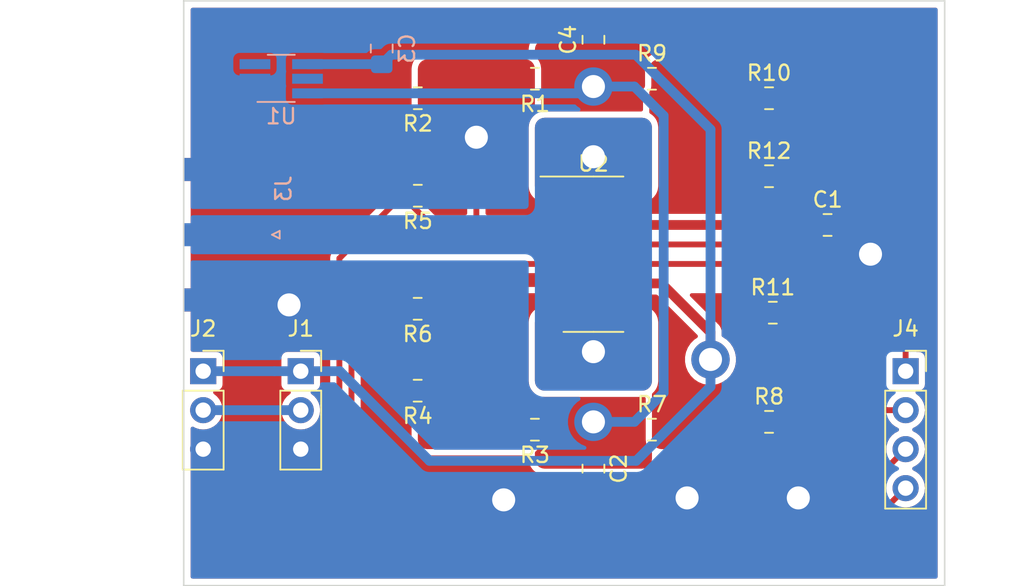
<source format=kicad_pcb>
(kicad_pcb (version 20171130) (host pcbnew "(5.1.0)-1")

  (general
    (thickness 1.6)
    (drawings 4)
    (tracks 75)
    (zones 0)
    (modules 22)
    (nets 14)
  )

  (page A4)
  (layers
    (0 F.Cu signal)
    (31 B.Cu signal)
    (32 B.Adhes user)
    (33 F.Adhes user)
    (34 B.Paste user)
    (35 F.Paste user)
    (36 B.SilkS user)
    (37 F.SilkS user)
    (38 B.Mask user)
    (39 F.Mask user)
    (40 Dwgs.User user)
    (41 Cmts.User user)
    (42 Eco1.User user)
    (43 Eco2.User user)
    (44 Edge.Cuts user)
    (45 Margin user)
    (46 B.CrtYd user)
    (47 F.CrtYd user)
    (48 B.Fab user)
    (49 F.Fab user)
  )

  (setup
    (last_trace_width 0.381)
    (trace_clearance 0.254)
    (zone_clearance 0.4064)
    (zone_45_only no)
    (trace_min 0.2)
    (via_size 2.5)
    (via_drill 1.5)
    (via_min_size 0.4)
    (via_min_drill 0.3)
    (uvia_size 0.3)
    (uvia_drill 0.1)
    (uvias_allowed no)
    (uvia_min_size 0.2)
    (uvia_min_drill 0.1)
    (edge_width 0.1)
    (segment_width 0.2)
    (pcb_text_width 0.3)
    (pcb_text_size 1.5 1.5)
    (mod_edge_width 0.15)
    (mod_text_size 1 1)
    (mod_text_width 0.15)
    (pad_size 1.15 1.4)
    (pad_drill 0)
    (pad_to_mask_clearance 0)
    (aux_axis_origin 0 0)
    (grid_origin 177.8 101.6)
    (visible_elements 7FFFFFFF)
    (pcbplotparams
      (layerselection 0x01000_ffffffff)
      (usegerberextensions false)
      (usegerberattributes false)
      (usegerberadvancedattributes false)
      (creategerberjobfile false)
      (excludeedgelayer true)
      (linewidth 0.100000)
      (plotframeref false)
      (viasonmask false)
      (mode 1)
      (useauxorigin false)
      (hpglpennumber 1)
      (hpglpenspeed 20)
      (hpglpendiameter 15.000000)
      (psnegative false)
      (psa4output false)
      (plotreference true)
      (plotvalue true)
      (plotinvisibletext false)
      (padsonsilk false)
      (subtractmaskfromsilk false)
      (outputformat 1)
      (mirror false)
      (drillshape 0)
      (scaleselection 1)
      (outputdirectory ""))
  )

  (net 0 "")
  (net 1 GND)
  (net 2 +5V)
  (net 3 +1V2)
  (net 4 -5V)
  (net 5 AmpOut)
  (net 6 CompC)
  (net 7 CompA)
  (net 8 CompB)
  (net 9 CompD)
  (net 10 "Net-(R1-Pad2)")
  (net 11 "Net-(R3-Pad2)")
  (net 12 "Net-(R11-Pad1)")
  (net 13 "Net-(R10-Pad1)")

  (net_class Default "This is the default net class."
    (clearance 0.254)
    (trace_width 0.381)
    (via_dia 2.5)
    (via_drill 1.5)
    (uvia_dia 0.3)
    (uvia_drill 0.1)
    (add_net AmpOut)
    (add_net CompA)
    (add_net CompB)
    (add_net CompC)
    (add_net CompD)
    (add_net GND)
    (add_net "Net-(R1-Pad2)")
    (add_net "Net-(R10-Pad1)")
    (add_net "Net-(R11-Pad1)")
    (add_net "Net-(R3-Pad2)")
  )

  (net_class Power ""
    (clearance 0.254)
    (trace_width 0.635)
    (via_dia 2.5)
    (via_drill 1.5)
    (uvia_dia 0.3)
    (uvia_drill 0.1)
    (add_net +1V2)
    (add_net +5V)
    (add_net -5V)
  )

  (module Capacitor_SMD:C_0805_2012Metric_Pad1.15x1.40mm_HandSolder (layer F.Cu) (tedit 5B36C52B) (tstamp 5CD1A10C)
    (at 217.17 119.38 90)
    (descr "Capacitor SMD 0805 (2012 Metric), square (rectangular) end terminal, IPC_7351 nominal with elongated pad for handsoldering. (Body size source: https://docs.google.com/spreadsheets/d/1BsfQQcO9C6DZCsRaXUlFlo91Tg2WpOkGARC1WS5S8t0/edit?usp=sharing), generated with kicad-footprint-generator")
    (tags "capacitor handsolder")
    (path /5CD5AD4D)
    (attr smd)
    (fp_text reference C4 (at 0 -1.65 90) (layer F.SilkS)
      (effects (font (size 1 1) (thickness 0.15)))
    )
    (fp_text value 1u (at 0 1.65 90) (layer F.Fab)
      (effects (font (size 1 1) (thickness 0.15)))
    )
    (fp_text user %R (at 0 0 90) (layer F.Fab)
      (effects (font (size 0.5 0.5) (thickness 0.08)))
    )
    (fp_line (start 1.85 0.95) (end -1.85 0.95) (layer F.CrtYd) (width 0.05))
    (fp_line (start 1.85 -0.95) (end 1.85 0.95) (layer F.CrtYd) (width 0.05))
    (fp_line (start -1.85 -0.95) (end 1.85 -0.95) (layer F.CrtYd) (width 0.05))
    (fp_line (start -1.85 0.95) (end -1.85 -0.95) (layer F.CrtYd) (width 0.05))
    (fp_line (start -0.261252 0.71) (end 0.261252 0.71) (layer F.SilkS) (width 0.12))
    (fp_line (start -0.261252 -0.71) (end 0.261252 -0.71) (layer F.SilkS) (width 0.12))
    (fp_line (start 1 0.6) (end -1 0.6) (layer F.Fab) (width 0.1))
    (fp_line (start 1 -0.6) (end 1 0.6) (layer F.Fab) (width 0.1))
    (fp_line (start -1 -0.6) (end 1 -0.6) (layer F.Fab) (width 0.1))
    (fp_line (start -1 0.6) (end -1 -0.6) (layer F.Fab) (width 0.1))
    (pad 2 smd roundrect (at 1.025 0 90) (size 1.15 1.4) (layers F.Cu F.Paste F.Mask) (roundrect_rratio 0.217391)
      (net 1 GND))
    (pad 1 smd roundrect (at -1.025 0 90) (size 1.15 1.4) (layers F.Cu F.Paste F.Mask) (roundrect_rratio 0.217391)
      (net 3 +1V2))
    (model ${KISYS3DMOD}/Capacitor_SMD.3dshapes/C_0805_2012Metric.wrl
      (at (xyz 0 0 0))
      (scale (xyz 1 1 1))
      (rotate (xyz 0 0 0))
    )
  )

  (module Package_SO:SOIC-16_3.9x9.9mm_P1.27mm (layer F.Cu) (tedit 5C97300E) (tstamp 5CD178EE)
    (at 217.17 133.35)
    (descr "SOIC, 16 Pin (JEDEC MS-012AC, https://www.analog.com/media/en/package-pcb-resources/package/pkg_pdf/soic_narrow-r/r_16.pdf), generated with kicad-footprint-generator ipc_gullwing_generator.py")
    (tags "SOIC SO")
    (path /5CAD9A5B)
    (attr smd)
    (fp_text reference U2 (at 0 -5.9) (layer F.SilkS)
      (effects (font (size 1 1) (thickness 0.15)))
    )
    (fp_text value LT1721 (at 0 5.9) (layer F.Fab)
      (effects (font (size 1 1) (thickness 0.15)))
    )
    (fp_text user %R (at 0 0) (layer F.Fab)
      (effects (font (size 0.98 0.98) (thickness 0.15)))
    )
    (fp_line (start 3.7 -5.2) (end -3.7 -5.2) (layer F.CrtYd) (width 0.05))
    (fp_line (start 3.7 5.2) (end 3.7 -5.2) (layer F.CrtYd) (width 0.05))
    (fp_line (start -3.7 5.2) (end 3.7 5.2) (layer F.CrtYd) (width 0.05))
    (fp_line (start -3.7 -5.2) (end -3.7 5.2) (layer F.CrtYd) (width 0.05))
    (fp_line (start -1.95 -3.975) (end -0.975 -4.95) (layer F.Fab) (width 0.1))
    (fp_line (start -1.95 4.95) (end -1.95 -3.975) (layer F.Fab) (width 0.1))
    (fp_line (start 1.95 4.95) (end -1.95 4.95) (layer F.Fab) (width 0.1))
    (fp_line (start 1.95 -4.95) (end 1.95 4.95) (layer F.Fab) (width 0.1))
    (fp_line (start -0.975 -4.95) (end 1.95 -4.95) (layer F.Fab) (width 0.1))
    (fp_line (start 0 -5.06) (end -3.45 -5.06) (layer F.SilkS) (width 0.12))
    (fp_line (start 0 -5.06) (end 1.95 -5.06) (layer F.SilkS) (width 0.12))
    (fp_line (start 0 5.06) (end -1.95 5.06) (layer F.SilkS) (width 0.12))
    (fp_line (start 0 5.06) (end 1.95 5.06) (layer F.SilkS) (width 0.12))
    (pad 16 smd roundrect (at 2.475 -4.445) (size 1.95 0.6) (layers F.Cu F.Paste F.Mask) (roundrect_rratio 0.25)
      (net 5 AmpOut))
    (pad 15 smd roundrect (at 2.475 -3.175) (size 1.95 0.6) (layers F.Cu F.Paste F.Mask) (roundrect_rratio 0.25)
      (net 13 "Net-(R10-Pad1)"))
    (pad 14 smd roundrect (at 2.475 -1.905) (size 1.95 0.6) (layers F.Cu F.Paste F.Mask) (roundrect_rratio 0.25)
      (net 2 +5V))
    (pad 13 smd roundrect (at 2.475 -0.635) (size 1.95 0.6) (layers F.Cu F.Paste F.Mask) (roundrect_rratio 0.25)
      (net 9 CompD))
    (pad 12 smd roundrect (at 2.475 0.635) (size 1.95 0.6) (layers F.Cu F.Paste F.Mask) (roundrect_rratio 0.25)
      (net 8 CompB))
    (pad 11 smd roundrect (at 2.475 1.905) (size 1.95 0.6) (layers F.Cu F.Paste F.Mask) (roundrect_rratio 0.25)
      (net 2 +5V))
    (pad 10 smd roundrect (at 2.475 3.175) (size 1.95 0.6) (layers F.Cu F.Paste F.Mask) (roundrect_rratio 0.25)
      (net 12 "Net-(R11-Pad1)"))
    (pad 9 smd roundrect (at 2.475 4.445) (size 1.95 0.6) (layers F.Cu F.Paste F.Mask) (roundrect_rratio 0.25)
      (net 5 AmpOut))
    (pad 8 smd roundrect (at -2.475 4.445) (size 1.95 0.6) (layers F.Cu F.Paste F.Mask) (roundrect_rratio 0.25)
      (net 5 AmpOut))
    (pad 7 smd roundrect (at -2.475 3.175) (size 1.95 0.6) (layers F.Cu F.Paste F.Mask) (roundrect_rratio 0.25)
      (net 11 "Net-(R3-Pad2)"))
    (pad 6 smd roundrect (at -2.475 1.905) (size 1.95 0.6) (layers F.Cu F.Paste F.Mask) (roundrect_rratio 0.25)
      (net 1 GND))
    (pad 5 smd roundrect (at -2.475 0.635) (size 1.95 0.6) (layers F.Cu F.Paste F.Mask) (roundrect_rratio 0.25)
      (net 6 CompC))
    (pad 4 smd roundrect (at -2.475 -0.635) (size 1.95 0.6) (layers F.Cu F.Paste F.Mask) (roundrect_rratio 0.25)
      (net 7 CompA))
    (pad 3 smd roundrect (at -2.475 -1.905) (size 1.95 0.6) (layers F.Cu F.Paste F.Mask) (roundrect_rratio 0.25)
      (net 1 GND))
    (pad 2 smd roundrect (at -2.475 -3.175) (size 1.95 0.6) (layers F.Cu F.Paste F.Mask) (roundrect_rratio 0.25)
      (net 10 "Net-(R1-Pad2)"))
    (pad 1 smd roundrect (at -2.475 -4.445) (size 1.95 0.6) (layers F.Cu F.Paste F.Mask) (roundrect_rratio 0.25)
      (net 5 AmpOut))
    (model ${KISYS3DMOD}/Package_SO.3dshapes/SOIC-16_3.9x9.9mm_P1.27mm.wrl
      (at (xyz 0 0 0))
      (scale (xyz 1 1 1))
      (rotate (xyz 0 0 0))
    )
  )

  (module Package_TO_SOT_SMD:TSOT-23-6_HandSoldering (layer B.Cu) (tedit 5A02FF57) (tstamp 5CD16CC3)
    (at 196.85 121.92)
    (descr "6-pin TSOT23 package, http://cds.linear.com/docs/en/packaging/SOT_6_05-08-1636.pdf")
    (tags "TSOT-23-6 MK06A TSOT-6 Hand-soldering")
    (path /5CD131D6)
    (attr smd)
    (fp_text reference U1 (at 0 2.45) (layer B.SilkS)
      (effects (font (size 1 1) (thickness 0.15)) (justify mirror))
    )
    (fp_text value LT6656ACS6-1.25 (at 0 -2.5) (layer B.Fab)
      (effects (font (size 1 1) (thickness 0.15)) (justify mirror))
    )
    (fp_line (start 2.96 -1.7) (end -2.96 -1.7) (layer B.CrtYd) (width 0.05))
    (fp_line (start 2.96 -1.7) (end 2.96 1.7) (layer B.CrtYd) (width 0.05))
    (fp_line (start -2.96 1.7) (end -2.96 -1.7) (layer B.CrtYd) (width 0.05))
    (fp_line (start -2.96 1.7) (end 2.96 1.7) (layer B.CrtYd) (width 0.05))
    (fp_line (start 0.88 1.45) (end 0.88 -1.45) (layer B.Fab) (width 0.1))
    (fp_line (start 0.88 -1.45) (end -0.88 -1.45) (layer B.Fab) (width 0.1))
    (fp_line (start -0.88 1) (end -0.88 -1.45) (layer B.Fab) (width 0.1))
    (fp_line (start 0.88 1.45) (end -0.43 1.45) (layer B.Fab) (width 0.1))
    (fp_line (start -0.88 1) (end -0.43 1.45) (layer B.Fab) (width 0.1))
    (fp_line (start 0.88 1.51) (end -1.55 1.51) (layer B.SilkS) (width 0.12))
    (fp_line (start -0.88 -1.56) (end 0.88 -1.56) (layer B.SilkS) (width 0.12))
    (fp_text user %R (at 0 0 -90) (layer B.Fab)
      (effects (font (size 0.5 0.5) (thickness 0.075)) (justify mirror))
    )
    (pad 6 smd rect (at 1.71 0.95) (size 2 0.65) (layers B.Cu B.Paste B.Mask)
      (net 3 +1V2))
    (pad 5 smd rect (at 1.71 0) (size 2 0.65) (layers B.Cu B.Paste B.Mask))
    (pad 4 smd rect (at 1.71 -0.95) (size 2 0.65) (layers B.Cu B.Paste B.Mask)
      (net 2 +5V))
    (pad 3 smd rect (at -1.71 -0.95) (size 2 0.65) (layers B.Cu B.Paste B.Mask))
    (pad 2 smd rect (at -1.71 0) (size 2 0.65) (layers B.Cu B.Paste B.Mask)
      (net 1 GND))
    (pad 1 smd rect (at -1.71 0.95) (size 2 0.65) (layers B.Cu B.Paste B.Mask)
      (net 1 GND))
    (model ${KISYS3DMOD}/Package_TO_SOT_SMD.3dshapes/TSOT-23-6.wrl
      (at (xyz 0 0 0))
      (scale (xyz 1 1 1))
      (rotate (xyz 0 0 0))
    )
  )

  (module Resistor_SMD:R_0805_2012Metric_Pad1.15x1.40mm_HandSolder (layer F.Cu) (tedit 5B36C52B) (tstamp 5CD113FD)
    (at 228.6 128.27)
    (descr "Resistor SMD 0805 (2012 Metric), square (rectangular) end terminal, IPC_7351 nominal with elongated pad for handsoldering. (Body size source: https://docs.google.com/spreadsheets/d/1BsfQQcO9C6DZCsRaXUlFlo91Tg2WpOkGARC1WS5S8t0/edit?usp=sharing), generated with kicad-footprint-generator")
    (tags "resistor handsolder")
    (path /5CD42289)
    (attr smd)
    (fp_text reference R12 (at 0 -1.65) (layer F.SilkS)
      (effects (font (size 1 1) (thickness 0.15)))
    )
    (fp_text value RHD (at 0 1.65) (layer F.Fab)
      (effects (font (size 1 1) (thickness 0.15)))
    )
    (fp_text user %R (at 0 0) (layer F.Fab)
      (effects (font (size 0.5 0.5) (thickness 0.08)))
    )
    (fp_line (start 1.85 0.95) (end -1.85 0.95) (layer F.CrtYd) (width 0.05))
    (fp_line (start 1.85 -0.95) (end 1.85 0.95) (layer F.CrtYd) (width 0.05))
    (fp_line (start -1.85 -0.95) (end 1.85 -0.95) (layer F.CrtYd) (width 0.05))
    (fp_line (start -1.85 0.95) (end -1.85 -0.95) (layer F.CrtYd) (width 0.05))
    (fp_line (start -0.261252 0.71) (end 0.261252 0.71) (layer F.SilkS) (width 0.12))
    (fp_line (start -0.261252 -0.71) (end 0.261252 -0.71) (layer F.SilkS) (width 0.12))
    (fp_line (start 1 0.6) (end -1 0.6) (layer F.Fab) (width 0.1))
    (fp_line (start 1 -0.6) (end 1 0.6) (layer F.Fab) (width 0.1))
    (fp_line (start -1 -0.6) (end 1 -0.6) (layer F.Fab) (width 0.1))
    (fp_line (start -1 0.6) (end -1 -0.6) (layer F.Fab) (width 0.1))
    (pad 2 smd roundrect (at 1.025 0) (size 1.15 1.4) (layers F.Cu F.Paste F.Mask) (roundrect_rratio 0.217391)
      (net 9 CompD))
    (pad 1 smd roundrect (at -1.025 0) (size 1.15 1.4) (layers F.Cu F.Paste F.Mask) (roundrect_rratio 0.217391)
      (net 13 "Net-(R10-Pad1)"))
    (model ${KISYS3DMOD}/Resistor_SMD.3dshapes/R_0805_2012Metric.wrl
      (at (xyz 0 0 0))
      (scale (xyz 1 1 1))
      (rotate (xyz 0 0 0))
    )
  )

  (module Resistor_SMD:R_0805_2012Metric_Pad1.15x1.40mm_HandSolder (layer F.Cu) (tedit 5B36C52B) (tstamp 5CD181B7)
    (at 228.845 137.16)
    (descr "Resistor SMD 0805 (2012 Metric), square (rectangular) end terminal, IPC_7351 nominal with elongated pad for handsoldering. (Body size source: https://docs.google.com/spreadsheets/d/1BsfQQcO9C6DZCsRaXUlFlo91Tg2WpOkGARC1WS5S8t0/edit?usp=sharing), generated with kicad-footprint-generator")
    (tags "resistor handsolder")
    (path /5CD3F892)
    (attr smd)
    (fp_text reference R11 (at 0 -1.65) (layer F.SilkS)
      (effects (font (size 1 1) (thickness 0.15)))
    )
    (fp_text value RHB (at 0 1.65) (layer F.Fab)
      (effects (font (size 1 1) (thickness 0.15)))
    )
    (fp_text user %R (at 0 0) (layer F.Fab)
      (effects (font (size 0.5 0.5) (thickness 0.08)))
    )
    (fp_line (start 1.85 0.95) (end -1.85 0.95) (layer F.CrtYd) (width 0.05))
    (fp_line (start 1.85 -0.95) (end 1.85 0.95) (layer F.CrtYd) (width 0.05))
    (fp_line (start -1.85 -0.95) (end 1.85 -0.95) (layer F.CrtYd) (width 0.05))
    (fp_line (start -1.85 0.95) (end -1.85 -0.95) (layer F.CrtYd) (width 0.05))
    (fp_line (start -0.261252 0.71) (end 0.261252 0.71) (layer F.SilkS) (width 0.12))
    (fp_line (start -0.261252 -0.71) (end 0.261252 -0.71) (layer F.SilkS) (width 0.12))
    (fp_line (start 1 0.6) (end -1 0.6) (layer F.Fab) (width 0.1))
    (fp_line (start 1 -0.6) (end 1 0.6) (layer F.Fab) (width 0.1))
    (fp_line (start -1 -0.6) (end 1 -0.6) (layer F.Fab) (width 0.1))
    (fp_line (start -1 0.6) (end -1 -0.6) (layer F.Fab) (width 0.1))
    (pad 2 smd roundrect (at 1.025 0) (size 1.15 1.4) (layers F.Cu F.Paste F.Mask) (roundrect_rratio 0.217391)
      (net 8 CompB))
    (pad 1 smd roundrect (at -1.025 0) (size 1.15 1.4) (layers F.Cu F.Paste F.Mask) (roundrect_rratio 0.217391)
      (net 12 "Net-(R11-Pad1)"))
    (model ${KISYS3DMOD}/Resistor_SMD.3dshapes/R_0805_2012Metric.wrl
      (at (xyz 0 0 0))
      (scale (xyz 1 1 1))
      (rotate (xyz 0 0 0))
    )
  )

  (module Resistor_SMD:R_0805_2012Metric_Pad1.15x1.40mm_HandSolder (layer F.Cu) (tedit 5B36C52B) (tstamp 5CD113DB)
    (at 228.6 123.19)
    (descr "Resistor SMD 0805 (2012 Metric), square (rectangular) end terminal, IPC_7351 nominal with elongated pad for handsoldering. (Body size source: https://docs.google.com/spreadsheets/d/1BsfQQcO9C6DZCsRaXUlFlo91Tg2WpOkGARC1WS5S8t0/edit?usp=sharing), generated with kicad-footprint-generator")
    (tags "resistor handsolder")
    (path /5CB4028E)
    (attr smd)
    (fp_text reference R10 (at 0 -1.65) (layer F.SilkS)
      (effects (font (size 1 1) (thickness 0.15)))
    )
    (fp_text value R2D (at 0 1.65) (layer F.Fab)
      (effects (font (size 1 1) (thickness 0.15)))
    )
    (fp_text user %R (at 0 0) (layer F.Fab)
      (effects (font (size 0.5 0.5) (thickness 0.08)))
    )
    (fp_line (start 1.85 0.95) (end -1.85 0.95) (layer F.CrtYd) (width 0.05))
    (fp_line (start 1.85 -0.95) (end 1.85 0.95) (layer F.CrtYd) (width 0.05))
    (fp_line (start -1.85 -0.95) (end 1.85 -0.95) (layer F.CrtYd) (width 0.05))
    (fp_line (start -1.85 0.95) (end -1.85 -0.95) (layer F.CrtYd) (width 0.05))
    (fp_line (start -0.261252 0.71) (end 0.261252 0.71) (layer F.SilkS) (width 0.12))
    (fp_line (start -0.261252 -0.71) (end 0.261252 -0.71) (layer F.SilkS) (width 0.12))
    (fp_line (start 1 0.6) (end -1 0.6) (layer F.Fab) (width 0.1))
    (fp_line (start 1 -0.6) (end 1 0.6) (layer F.Fab) (width 0.1))
    (fp_line (start -1 -0.6) (end 1 -0.6) (layer F.Fab) (width 0.1))
    (fp_line (start -1 0.6) (end -1 -0.6) (layer F.Fab) (width 0.1))
    (pad 2 smd roundrect (at 1.025 0) (size 1.15 1.4) (layers F.Cu F.Paste F.Mask) (roundrect_rratio 0.217391)
      (net 1 GND))
    (pad 1 smd roundrect (at -1.025 0) (size 1.15 1.4) (layers F.Cu F.Paste F.Mask) (roundrect_rratio 0.217391)
      (net 13 "Net-(R10-Pad1)"))
    (model ${KISYS3DMOD}/Resistor_SMD.3dshapes/R_0805_2012Metric.wrl
      (at (xyz 0 0 0))
      (scale (xyz 1 1 1))
      (rotate (xyz 0 0 0))
    )
  )

  (module Resistor_SMD:R_0805_2012Metric_Pad1.15x1.40mm_HandSolder (layer F.Cu) (tedit 5B36C52B) (tstamp 5CD113CA)
    (at 220.98 121.92)
    (descr "Resistor SMD 0805 (2012 Metric), square (rectangular) end terminal, IPC_7351 nominal with elongated pad for handsoldering. (Body size source: https://docs.google.com/spreadsheets/d/1BsfQQcO9C6DZCsRaXUlFlo91Tg2WpOkGARC1WS5S8t0/edit?usp=sharing), generated with kicad-footprint-generator")
    (tags "resistor handsolder")
    (path /5CB40288)
    (attr smd)
    (fp_text reference R9 (at 0 -1.65) (layer F.SilkS)
      (effects (font (size 1 1) (thickness 0.15)))
    )
    (fp_text value R1D (at 0 1.65) (layer F.Fab)
      (effects (font (size 1 1) (thickness 0.15)))
    )
    (fp_text user %R (at 0 0) (layer F.Fab)
      (effects (font (size 0.5 0.5) (thickness 0.08)))
    )
    (fp_line (start 1.85 0.95) (end -1.85 0.95) (layer F.CrtYd) (width 0.05))
    (fp_line (start 1.85 -0.95) (end 1.85 0.95) (layer F.CrtYd) (width 0.05))
    (fp_line (start -1.85 -0.95) (end 1.85 -0.95) (layer F.CrtYd) (width 0.05))
    (fp_line (start -1.85 0.95) (end -1.85 -0.95) (layer F.CrtYd) (width 0.05))
    (fp_line (start -0.261252 0.71) (end 0.261252 0.71) (layer F.SilkS) (width 0.12))
    (fp_line (start -0.261252 -0.71) (end 0.261252 -0.71) (layer F.SilkS) (width 0.12))
    (fp_line (start 1 0.6) (end -1 0.6) (layer F.Fab) (width 0.1))
    (fp_line (start 1 -0.6) (end 1 0.6) (layer F.Fab) (width 0.1))
    (fp_line (start -1 -0.6) (end 1 -0.6) (layer F.Fab) (width 0.1))
    (fp_line (start -1 0.6) (end -1 -0.6) (layer F.Fab) (width 0.1))
    (pad 2 smd roundrect (at 1.025 0) (size 1.15 1.4) (layers F.Cu F.Paste F.Mask) (roundrect_rratio 0.217391)
      (net 13 "Net-(R10-Pad1)"))
    (pad 1 smd roundrect (at -1.025 0) (size 1.15 1.4) (layers F.Cu F.Paste F.Mask) (roundrect_rratio 0.217391)
      (net 3 +1V2))
    (model ${KISYS3DMOD}/Resistor_SMD.3dshapes/R_0805_2012Metric.wrl
      (at (xyz 0 0 0))
      (scale (xyz 1 1 1))
      (rotate (xyz 0 0 0))
    )
  )

  (module Resistor_SMD:R_0805_2012Metric_Pad1.15x1.40mm_HandSolder (layer F.Cu) (tedit 5B36C52B) (tstamp 5CD19427)
    (at 228.6 144.272)
    (descr "Resistor SMD 0805 (2012 Metric), square (rectangular) end terminal, IPC_7351 nominal with elongated pad for handsoldering. (Body size source: https://docs.google.com/spreadsheets/d/1BsfQQcO9C6DZCsRaXUlFlo91Tg2WpOkGARC1WS5S8t0/edit?usp=sharing), generated with kicad-footprint-generator")
    (tags "resistor handsolder")
    (path /5CB411EB)
    (attr smd)
    (fp_text reference R8 (at 0 -1.65) (layer F.SilkS)
      (effects (font (size 1 1) (thickness 0.15)))
    )
    (fp_text value R2B (at 0 1.65) (layer F.Fab)
      (effects (font (size 1 1) (thickness 0.15)))
    )
    (fp_text user %R (at 0 0) (layer F.Fab)
      (effects (font (size 0.5 0.5) (thickness 0.08)))
    )
    (fp_line (start 1.85 0.95) (end -1.85 0.95) (layer F.CrtYd) (width 0.05))
    (fp_line (start 1.85 -0.95) (end 1.85 0.95) (layer F.CrtYd) (width 0.05))
    (fp_line (start -1.85 -0.95) (end 1.85 -0.95) (layer F.CrtYd) (width 0.05))
    (fp_line (start -1.85 0.95) (end -1.85 -0.95) (layer F.CrtYd) (width 0.05))
    (fp_line (start -0.261252 0.71) (end 0.261252 0.71) (layer F.SilkS) (width 0.12))
    (fp_line (start -0.261252 -0.71) (end 0.261252 -0.71) (layer F.SilkS) (width 0.12))
    (fp_line (start 1 0.6) (end -1 0.6) (layer F.Fab) (width 0.1))
    (fp_line (start 1 -0.6) (end 1 0.6) (layer F.Fab) (width 0.1))
    (fp_line (start -1 -0.6) (end 1 -0.6) (layer F.Fab) (width 0.1))
    (fp_line (start -1 0.6) (end -1 -0.6) (layer F.Fab) (width 0.1))
    (pad 2 smd roundrect (at 1.025 0) (size 1.15 1.4) (layers F.Cu F.Paste F.Mask) (roundrect_rratio 0.217391)
      (net 1 GND))
    (pad 1 smd roundrect (at -1.025 0) (size 1.15 1.4) (layers F.Cu F.Paste F.Mask) (roundrect_rratio 0.217391)
      (net 12 "Net-(R11-Pad1)"))
    (model ${KISYS3DMOD}/Resistor_SMD.3dshapes/R_0805_2012Metric.wrl
      (at (xyz 0 0 0))
      (scale (xyz 1 1 1))
      (rotate (xyz 0 0 0))
    )
  )

  (module Resistor_SMD:R_0805_2012Metric_Pad1.15x1.40mm_HandSolder (layer F.Cu) (tedit 5B36C52B) (tstamp 5CD18116)
    (at 220.98 144.78)
    (descr "Resistor SMD 0805 (2012 Metric), square (rectangular) end terminal, IPC_7351 nominal with elongated pad for handsoldering. (Body size source: https://docs.google.com/spreadsheets/d/1BsfQQcO9C6DZCsRaXUlFlo91Tg2WpOkGARC1WS5S8t0/edit?usp=sharing), generated with kicad-footprint-generator")
    (tags "resistor handsolder")
    (path /5CB411E5)
    (attr smd)
    (fp_text reference R7 (at 0 -1.65) (layer F.SilkS)
      (effects (font (size 1 1) (thickness 0.15)))
    )
    (fp_text value R1B (at 0 1.65) (layer F.Fab)
      (effects (font (size 1 1) (thickness 0.15)))
    )
    (fp_text user %R (at 0 0) (layer F.Fab)
      (effects (font (size 0.5 0.5) (thickness 0.08)))
    )
    (fp_line (start 1.85 0.95) (end -1.85 0.95) (layer F.CrtYd) (width 0.05))
    (fp_line (start 1.85 -0.95) (end 1.85 0.95) (layer F.CrtYd) (width 0.05))
    (fp_line (start -1.85 -0.95) (end 1.85 -0.95) (layer F.CrtYd) (width 0.05))
    (fp_line (start -1.85 0.95) (end -1.85 -0.95) (layer F.CrtYd) (width 0.05))
    (fp_line (start -0.261252 0.71) (end 0.261252 0.71) (layer F.SilkS) (width 0.12))
    (fp_line (start -0.261252 -0.71) (end 0.261252 -0.71) (layer F.SilkS) (width 0.12))
    (fp_line (start 1 0.6) (end -1 0.6) (layer F.Fab) (width 0.1))
    (fp_line (start 1 -0.6) (end 1 0.6) (layer F.Fab) (width 0.1))
    (fp_line (start -1 -0.6) (end 1 -0.6) (layer F.Fab) (width 0.1))
    (fp_line (start -1 0.6) (end -1 -0.6) (layer F.Fab) (width 0.1))
    (pad 2 smd roundrect (at 1.025 0) (size 1.15 1.4) (layers F.Cu F.Paste F.Mask) (roundrect_rratio 0.217391)
      (net 12 "Net-(R11-Pad1)"))
    (pad 1 smd roundrect (at -1.025 0) (size 1.15 1.4) (layers F.Cu F.Paste F.Mask) (roundrect_rratio 0.217391)
      (net 3 +1V2))
    (model ${KISYS3DMOD}/Resistor_SMD.3dshapes/R_0805_2012Metric.wrl
      (at (xyz 0 0 0))
      (scale (xyz 1 1 1))
      (rotate (xyz 0 0 0))
    )
  )

  (module Resistor_SMD:R_0805_2012Metric_Pad1.15x1.40mm_HandSolder (layer F.Cu) (tedit 5CD11371) (tstamp 5CD17DBC)
    (at 205.731 136.906 180)
    (descr "Resistor SMD 0805 (2012 Metric), square (rectangular) end terminal, IPC_7351 nominal with elongated pad for handsoldering. (Body size source: https://docs.google.com/spreadsheets/d/1BsfQQcO9C6DZCsRaXUlFlo91Tg2WpOkGARC1WS5S8t0/edit?usp=sharing), generated with kicad-footprint-generator")
    (tags "resistor handsolder")
    (path /5CD40964)
    (attr smd)
    (fp_text reference R6 (at 0 -1.65) (layer F.SilkS)
      (effects (font (size 1 1) (thickness 0.15)))
    )
    (fp_text value RHC (at 0 1.65) (layer F.Fab)
      (effects (font (size 1 1) (thickness 0.15)))
    )
    (fp_text user %R (at 0 0) (layer F.Fab)
      (effects (font (size 0.5 0.5) (thickness 0.08)))
    )
    (fp_line (start 1.85 0.95) (end -1.85 0.95) (layer F.CrtYd) (width 0.05))
    (fp_line (start 1.85 -0.95) (end 1.85 0.95) (layer F.CrtYd) (width 0.05))
    (fp_line (start -1.85 -0.95) (end 1.85 -0.95) (layer F.CrtYd) (width 0.05))
    (fp_line (start -1.85 0.95) (end -1.85 -0.95) (layer F.CrtYd) (width 0.05))
    (fp_line (start -0.261252 0.71) (end 0.261252 0.71) (layer F.SilkS) (width 0.12))
    (fp_line (start -0.261252 -0.71) (end 0.261252 -0.71) (layer F.SilkS) (width 0.12))
    (fp_line (start 1 0.6) (end -1 0.6) (layer F.Fab) (width 0.1))
    (fp_line (start 1 -0.6) (end 1 0.6) (layer F.Fab) (width 0.1))
    (fp_line (start -1 -0.6) (end 1 -0.6) (layer F.Fab) (width 0.1))
    (fp_line (start -1 0.6) (end -1 -0.6) (layer F.Fab) (width 0.1))
    (pad 2 smd roundrect (at 1.025 0 180) (size 1.15 1.4) (layers F.Cu F.Paste F.Mask) (roundrect_rratio 0.217)
      (net 6 CompC))
    (pad 1 smd roundrect (at -1.025 0 180) (size 1.15 1.4) (layers F.Cu F.Paste F.Mask) (roundrect_rratio 0.217391)
      (net 11 "Net-(R3-Pad2)"))
    (model ${KISYS3DMOD}/Resistor_SMD.3dshapes/R_0805_2012Metric.wrl
      (at (xyz 0 0 0))
      (scale (xyz 1 1 1))
      (rotate (xyz 0 0 0))
    )
  )

  (module Resistor_SMD:R_0805_2012Metric_Pad1.15x1.40mm_HandSolder (layer F.Cu) (tedit 5B36C52B) (tstamp 5CD19983)
    (at 205.74 129.54 180)
    (descr "Resistor SMD 0805 (2012 Metric), square (rectangular) end terminal, IPC_7351 nominal with elongated pad for handsoldering. (Body size source: https://docs.google.com/spreadsheets/d/1BsfQQcO9C6DZCsRaXUlFlo91Tg2WpOkGARC1WS5S8t0/edit?usp=sharing), generated with kicad-footprint-generator")
    (tags "resistor handsolder")
    (path /5CD3E888)
    (attr smd)
    (fp_text reference R5 (at 0 -1.65) (layer F.SilkS)
      (effects (font (size 1 1) (thickness 0.15)))
    )
    (fp_text value RHA (at 0 1.65) (layer F.Fab)
      (effects (font (size 1 1) (thickness 0.15)))
    )
    (fp_text user %R (at 0 0) (layer F.Fab)
      (effects (font (size 0.5 0.5) (thickness 0.08)))
    )
    (fp_line (start 1.85 0.95) (end -1.85 0.95) (layer F.CrtYd) (width 0.05))
    (fp_line (start 1.85 -0.95) (end 1.85 0.95) (layer F.CrtYd) (width 0.05))
    (fp_line (start -1.85 -0.95) (end 1.85 -0.95) (layer F.CrtYd) (width 0.05))
    (fp_line (start -1.85 0.95) (end -1.85 -0.95) (layer F.CrtYd) (width 0.05))
    (fp_line (start -0.261252 0.71) (end 0.261252 0.71) (layer F.SilkS) (width 0.12))
    (fp_line (start -0.261252 -0.71) (end 0.261252 -0.71) (layer F.SilkS) (width 0.12))
    (fp_line (start 1 0.6) (end -1 0.6) (layer F.Fab) (width 0.1))
    (fp_line (start 1 -0.6) (end 1 0.6) (layer F.Fab) (width 0.1))
    (fp_line (start -1 -0.6) (end 1 -0.6) (layer F.Fab) (width 0.1))
    (fp_line (start -1 0.6) (end -1 -0.6) (layer F.Fab) (width 0.1))
    (pad 2 smd roundrect (at 1.025 0 180) (size 1.15 1.4) (layers F.Cu F.Paste F.Mask) (roundrect_rratio 0.217391)
      (net 7 CompA))
    (pad 1 smd roundrect (at -1.025 0 180) (size 1.15 1.4) (layers F.Cu F.Paste F.Mask) (roundrect_rratio 0.217391)
      (net 10 "Net-(R1-Pad2)"))
    (model ${KISYS3DMOD}/Resistor_SMD.3dshapes/R_0805_2012Metric.wrl
      (at (xyz 0 0 0))
      (scale (xyz 1 1 1))
      (rotate (xyz 0 0 0))
    )
  )

  (module Resistor_SMD:R_0805_2012Metric_Pad1.15x1.40mm_HandSolder (layer F.Cu) (tedit 5B36C52B) (tstamp 5CD11375)
    (at 205.731 142.24 180)
    (descr "Resistor SMD 0805 (2012 Metric), square (rectangular) end terminal, IPC_7351 nominal with elongated pad for handsoldering. (Body size source: https://docs.google.com/spreadsheets/d/1BsfQQcO9C6DZCsRaXUlFlo91Tg2WpOkGARC1WS5S8t0/edit?usp=sharing), generated with kicad-footprint-generator")
    (tags "resistor handsolder")
    (path /5CB3EFDD)
    (attr smd)
    (fp_text reference R4 (at 0 -1.65) (layer F.SilkS)
      (effects (font (size 1 1) (thickness 0.15)))
    )
    (fp_text value R2C (at 0 1.65) (layer F.Fab)
      (effects (font (size 1 1) (thickness 0.15)))
    )
    (fp_text user %R (at 0 0) (layer F.Fab)
      (effects (font (size 0.5 0.5) (thickness 0.08)))
    )
    (fp_line (start 1.85 0.95) (end -1.85 0.95) (layer F.CrtYd) (width 0.05))
    (fp_line (start 1.85 -0.95) (end 1.85 0.95) (layer F.CrtYd) (width 0.05))
    (fp_line (start -1.85 -0.95) (end 1.85 -0.95) (layer F.CrtYd) (width 0.05))
    (fp_line (start -1.85 0.95) (end -1.85 -0.95) (layer F.CrtYd) (width 0.05))
    (fp_line (start -0.261252 0.71) (end 0.261252 0.71) (layer F.SilkS) (width 0.12))
    (fp_line (start -0.261252 -0.71) (end 0.261252 -0.71) (layer F.SilkS) (width 0.12))
    (fp_line (start 1 0.6) (end -1 0.6) (layer F.Fab) (width 0.1))
    (fp_line (start 1 -0.6) (end 1 0.6) (layer F.Fab) (width 0.1))
    (fp_line (start -1 -0.6) (end 1 -0.6) (layer F.Fab) (width 0.1))
    (fp_line (start -1 0.6) (end -1 -0.6) (layer F.Fab) (width 0.1))
    (pad 2 smd roundrect (at 1.025 0 180) (size 1.15 1.4) (layers F.Cu F.Paste F.Mask) (roundrect_rratio 0.217391)
      (net 1 GND))
    (pad 1 smd roundrect (at -1.025 0 180) (size 1.15 1.4) (layers F.Cu F.Paste F.Mask) (roundrect_rratio 0.217391)
      (net 11 "Net-(R3-Pad2)"))
    (model ${KISYS3DMOD}/Resistor_SMD.3dshapes/R_0805_2012Metric.wrl
      (at (xyz 0 0 0))
      (scale (xyz 1 1 1))
      (rotate (xyz 0 0 0))
    )
  )

  (module Resistor_SMD:R_0805_2012Metric_Pad1.15x1.40mm_HandSolder (layer F.Cu) (tedit 5B36C52B) (tstamp 5CD17D8C)
    (at 213.36 144.78 180)
    (descr "Resistor SMD 0805 (2012 Metric), square (rectangular) end terminal, IPC_7351 nominal with elongated pad for handsoldering. (Body size source: https://docs.google.com/spreadsheets/d/1BsfQQcO9C6DZCsRaXUlFlo91Tg2WpOkGARC1WS5S8t0/edit?usp=sharing), generated with kicad-footprint-generator")
    (tags "resistor handsolder")
    (path /5CB3EFD7)
    (attr smd)
    (fp_text reference R3 (at 0 -1.65) (layer F.SilkS)
      (effects (font (size 1 1) (thickness 0.15)))
    )
    (fp_text value R1C (at 0 1.65) (layer F.Fab)
      (effects (font (size 1 1) (thickness 0.15)))
    )
    (fp_text user %R (at 0 0) (layer F.Fab)
      (effects (font (size 0.5 0.5) (thickness 0.08)))
    )
    (fp_line (start 1.85 0.95) (end -1.85 0.95) (layer F.CrtYd) (width 0.05))
    (fp_line (start 1.85 -0.95) (end 1.85 0.95) (layer F.CrtYd) (width 0.05))
    (fp_line (start -1.85 -0.95) (end 1.85 -0.95) (layer F.CrtYd) (width 0.05))
    (fp_line (start -1.85 0.95) (end -1.85 -0.95) (layer F.CrtYd) (width 0.05))
    (fp_line (start -0.261252 0.71) (end 0.261252 0.71) (layer F.SilkS) (width 0.12))
    (fp_line (start -0.261252 -0.71) (end 0.261252 -0.71) (layer F.SilkS) (width 0.12))
    (fp_line (start 1 0.6) (end -1 0.6) (layer F.Fab) (width 0.1))
    (fp_line (start 1 -0.6) (end 1 0.6) (layer F.Fab) (width 0.1))
    (fp_line (start -1 -0.6) (end 1 -0.6) (layer F.Fab) (width 0.1))
    (fp_line (start -1 0.6) (end -1 -0.6) (layer F.Fab) (width 0.1))
    (pad 2 smd roundrect (at 1.025 0 180) (size 1.15 1.4) (layers F.Cu F.Paste F.Mask) (roundrect_rratio 0.217391)
      (net 11 "Net-(R3-Pad2)"))
    (pad 1 smd roundrect (at -1.025 0 180) (size 1.15 1.4) (layers F.Cu F.Paste F.Mask) (roundrect_rratio 0.217391)
      (net 3 +1V2))
    (model ${KISYS3DMOD}/Resistor_SMD.3dshapes/R_0805_2012Metric.wrl
      (at (xyz 0 0 0))
      (scale (xyz 1 1 1))
      (rotate (xyz 0 0 0))
    )
  )

  (module Resistor_SMD:R_0805_2012Metric_Pad1.15x1.40mm_HandSolder (layer F.Cu) (tedit 5B36C52B) (tstamp 5CD19B4E)
    (at 205.74 123.19 180)
    (descr "Resistor SMD 0805 (2012 Metric), square (rectangular) end terminal, IPC_7351 nominal with elongated pad for handsoldering. (Body size source: https://docs.google.com/spreadsheets/d/1BsfQQcO9C6DZCsRaXUlFlo91Tg2WpOkGARC1WS5S8t0/edit?usp=sharing), generated with kicad-footprint-generator")
    (tags "resistor handsolder")
    (path /5CB3B769)
    (attr smd)
    (fp_text reference R2 (at 0 -1.65) (layer F.SilkS)
      (effects (font (size 1 1) (thickness 0.15)))
    )
    (fp_text value R2A (at 0 1.65) (layer F.Fab)
      (effects (font (size 1 1) (thickness 0.15)))
    )
    (fp_text user %R (at 0 0) (layer F.Fab)
      (effects (font (size 0.5 0.5) (thickness 0.08)))
    )
    (fp_line (start 1.85 0.95) (end -1.85 0.95) (layer F.CrtYd) (width 0.05))
    (fp_line (start 1.85 -0.95) (end 1.85 0.95) (layer F.CrtYd) (width 0.05))
    (fp_line (start -1.85 -0.95) (end 1.85 -0.95) (layer F.CrtYd) (width 0.05))
    (fp_line (start -1.85 0.95) (end -1.85 -0.95) (layer F.CrtYd) (width 0.05))
    (fp_line (start -0.261252 0.71) (end 0.261252 0.71) (layer F.SilkS) (width 0.12))
    (fp_line (start -0.261252 -0.71) (end 0.261252 -0.71) (layer F.SilkS) (width 0.12))
    (fp_line (start 1 0.6) (end -1 0.6) (layer F.Fab) (width 0.1))
    (fp_line (start 1 -0.6) (end 1 0.6) (layer F.Fab) (width 0.1))
    (fp_line (start -1 -0.6) (end 1 -0.6) (layer F.Fab) (width 0.1))
    (fp_line (start -1 0.6) (end -1 -0.6) (layer F.Fab) (width 0.1))
    (pad 2 smd roundrect (at 1.025 0 180) (size 1.15 1.4) (layers F.Cu F.Paste F.Mask) (roundrect_rratio 0.217391)
      (net 1 GND))
    (pad 1 smd roundrect (at -1.025 0 180) (size 1.15 1.4) (layers F.Cu F.Paste F.Mask) (roundrect_rratio 0.217391)
      (net 10 "Net-(R1-Pad2)"))
    (model ${KISYS3DMOD}/Resistor_SMD.3dshapes/R_0805_2012Metric.wrl
      (at (xyz 0 0 0))
      (scale (xyz 1 1 1))
      (rotate (xyz 0 0 0))
    )
  )

  (module Resistor_SMD:R_0805_2012Metric_Pad1.15x1.40mm_HandSolder (layer F.Cu) (tedit 5B36C52B) (tstamp 5CD19ACC)
    (at 213.36 121.92 180)
    (descr "Resistor SMD 0805 (2012 Metric), square (rectangular) end terminal, IPC_7351 nominal with elongated pad for handsoldering. (Body size source: https://docs.google.com/spreadsheets/d/1BsfQQcO9C6DZCsRaXUlFlo91Tg2WpOkGARC1WS5S8t0/edit?usp=sharing), generated with kicad-footprint-generator")
    (tags "resistor handsolder")
    (path /5CB3AB1C)
    (attr smd)
    (fp_text reference R1 (at 0 -1.65) (layer F.SilkS)
      (effects (font (size 1 1) (thickness 0.15)))
    )
    (fp_text value R1A (at 0 1.65) (layer F.Fab)
      (effects (font (size 1 1) (thickness 0.15)))
    )
    (fp_text user %R (at 0 0) (layer F.Fab)
      (effects (font (size 0.5 0.5) (thickness 0.08)))
    )
    (fp_line (start 1.85 0.95) (end -1.85 0.95) (layer F.CrtYd) (width 0.05))
    (fp_line (start 1.85 -0.95) (end 1.85 0.95) (layer F.CrtYd) (width 0.05))
    (fp_line (start -1.85 -0.95) (end 1.85 -0.95) (layer F.CrtYd) (width 0.05))
    (fp_line (start -1.85 0.95) (end -1.85 -0.95) (layer F.CrtYd) (width 0.05))
    (fp_line (start -0.261252 0.71) (end 0.261252 0.71) (layer F.SilkS) (width 0.12))
    (fp_line (start -0.261252 -0.71) (end 0.261252 -0.71) (layer F.SilkS) (width 0.12))
    (fp_line (start 1 0.6) (end -1 0.6) (layer F.Fab) (width 0.1))
    (fp_line (start 1 -0.6) (end 1 0.6) (layer F.Fab) (width 0.1))
    (fp_line (start -1 -0.6) (end 1 -0.6) (layer F.Fab) (width 0.1))
    (fp_line (start -1 0.6) (end -1 -0.6) (layer F.Fab) (width 0.1))
    (pad 2 smd roundrect (at 1.025 0 180) (size 1.15 1.4) (layers F.Cu F.Paste F.Mask) (roundrect_rratio 0.217391)
      (net 10 "Net-(R1-Pad2)"))
    (pad 1 smd roundrect (at -1.025 0 180) (size 1.15 1.4) (layers F.Cu F.Paste F.Mask) (roundrect_rratio 0.217391)
      (net 3 +1V2))
    (model ${KISYS3DMOD}/Resistor_SMD.3dshapes/R_0805_2012Metric.wrl
      (at (xyz 0 0 0))
      (scale (xyz 1 1 1))
      (rotate (xyz 0 0 0))
    )
  )

  (module Connector_PinSocket_2.54mm:PinSocket_1x04_P2.54mm_Vertical (layer F.Cu) (tedit 5A19A429) (tstamp 5CD11331)
    (at 237.49 140.97)
    (descr "Through hole straight socket strip, 1x04, 2.54mm pitch, single row (from Kicad 4.0.7), script generated")
    (tags "Through hole socket strip THT 1x04 2.54mm single row")
    (path /5CB3267C)
    (fp_text reference J4 (at 0 -2.77) (layer F.SilkS)
      (effects (font (size 1 1) (thickness 0.15)))
    )
    (fp_text value Conn_01x04_Female (at 0 10.39) (layer F.Fab)
      (effects (font (size 1 1) (thickness 0.15)))
    )
    (fp_text user %R (at 0 3.81 90) (layer F.Fab)
      (effects (font (size 1 1) (thickness 0.15)))
    )
    (fp_line (start -1.8 9.4) (end -1.8 -1.8) (layer F.CrtYd) (width 0.05))
    (fp_line (start 1.75 9.4) (end -1.8 9.4) (layer F.CrtYd) (width 0.05))
    (fp_line (start 1.75 -1.8) (end 1.75 9.4) (layer F.CrtYd) (width 0.05))
    (fp_line (start -1.8 -1.8) (end 1.75 -1.8) (layer F.CrtYd) (width 0.05))
    (fp_line (start 0 -1.33) (end 1.33 -1.33) (layer F.SilkS) (width 0.12))
    (fp_line (start 1.33 -1.33) (end 1.33 0) (layer F.SilkS) (width 0.12))
    (fp_line (start 1.33 1.27) (end 1.33 8.95) (layer F.SilkS) (width 0.12))
    (fp_line (start -1.33 8.95) (end 1.33 8.95) (layer F.SilkS) (width 0.12))
    (fp_line (start -1.33 1.27) (end -1.33 8.95) (layer F.SilkS) (width 0.12))
    (fp_line (start -1.33 1.27) (end 1.33 1.27) (layer F.SilkS) (width 0.12))
    (fp_line (start -1.27 8.89) (end -1.27 -1.27) (layer F.Fab) (width 0.1))
    (fp_line (start 1.27 8.89) (end -1.27 8.89) (layer F.Fab) (width 0.1))
    (fp_line (start 1.27 -0.635) (end 1.27 8.89) (layer F.Fab) (width 0.1))
    (fp_line (start 0.635 -1.27) (end 1.27 -0.635) (layer F.Fab) (width 0.1))
    (fp_line (start -1.27 -1.27) (end 0.635 -1.27) (layer F.Fab) (width 0.1))
    (pad 4 thru_hole oval (at 0 7.62) (size 1.7 1.7) (drill 1) (layers *.Cu *.Mask)
      (net 7 CompA))
    (pad 3 thru_hole oval (at 0 5.08) (size 1.7 1.7) (drill 1) (layers *.Cu *.Mask)
      (net 6 CompC))
    (pad 2 thru_hole oval (at 0 2.54) (size 1.7 1.7) (drill 1) (layers *.Cu *.Mask)
      (net 8 CompB))
    (pad 1 thru_hole rect (at 0 0) (size 1.7 1.7) (drill 1) (layers *.Cu *.Mask)
      (net 9 CompD))
    (model ${KISYS3DMOD}/Connector_PinSocket_2.54mm.3dshapes/PinSocket_1x04_P2.54mm_Vertical.wrl
      (at (xyz 0 0 0))
      (scale (xyz 1 1 1))
      (rotate (xyz 0 0 0))
    )
  )

  (module Connector_Coaxial:SMA_Amphenol_132289_EdgeMount (layer B.Cu) (tedit 5A1C1810) (tstamp 5CD11319)
    (at 193.04 132.08 180)
    (descr http://www.amphenolrf.com/132289.html)
    (tags SMA)
    (path /5CD917D3)
    (attr smd)
    (fp_text reference J3 (at -3.96 3 -90) (layer B.SilkS)
      (effects (font (size 1 1) (thickness 0.15)) (justify mirror))
    )
    (fp_text value Conn_Coaxial (at 5 -6) (layer B.Fab)
      (effects (font (size 1 1) (thickness 0.15)) (justify mirror))
    )
    (fp_line (start -1.91 -5.08) (end 4.445 -5.08) (layer B.Fab) (width 0.1))
    (fp_line (start -1.91 -3.81) (end -1.91 -5.08) (layer B.Fab) (width 0.1))
    (fp_line (start 2.54 -3.81) (end -1.91 -3.81) (layer B.Fab) (width 0.1))
    (fp_line (start 2.54 3.81) (end 2.54 -3.81) (layer B.Fab) (width 0.1))
    (fp_line (start -1.91 3.81) (end 2.54 3.81) (layer B.Fab) (width 0.1))
    (fp_line (start -1.91 5.08) (end -1.91 3.81) (layer B.Fab) (width 0.1))
    (fp_line (start -1.91 5.08) (end 4.445 5.08) (layer B.Fab) (width 0.1))
    (fp_line (start 4.445 3.81) (end 4.445 5.08) (layer B.Fab) (width 0.1))
    (fp_line (start 4.445 -5.08) (end 4.445 -3.81) (layer B.Fab) (width 0.1))
    (fp_line (start 13.97 -3.81) (end 4.445 -3.81) (layer B.Fab) (width 0.1))
    (fp_line (start 13.97 3.81) (end 13.97 -3.81) (layer B.Fab) (width 0.1))
    (fp_line (start 4.445 3.81) (end 13.97 3.81) (layer B.Fab) (width 0.1))
    (fp_line (start -3.04 -5.58) (end -3.04 5.58) (layer F.CrtYd) (width 0.05))
    (fp_line (start 14.47 -5.58) (end -3.04 -5.58) (layer F.CrtYd) (width 0.05))
    (fp_line (start 14.47 5.58) (end 14.47 -5.58) (layer F.CrtYd) (width 0.05))
    (fp_line (start 14.47 5.58) (end -3.04 5.58) (layer F.CrtYd) (width 0.05))
    (fp_line (start -3.04 -5.58) (end -3.04 5.58) (layer B.CrtYd) (width 0.05))
    (fp_line (start 14.47 -5.58) (end -3.04 -5.58) (layer B.CrtYd) (width 0.05))
    (fp_line (start 14.47 5.58) (end 14.47 -5.58) (layer B.CrtYd) (width 0.05))
    (fp_line (start 14.47 5.58) (end -3.04 5.58) (layer B.CrtYd) (width 0.05))
    (fp_text user %R (at 4.79 0 90) (layer B.Fab)
      (effects (font (size 1 1) (thickness 0.15)) (justify mirror))
    )
    (fp_line (start 2.54 0.75) (end 3.54 0) (layer B.Fab) (width 0.1))
    (fp_line (start 3.54 0) (end 2.54 -0.75) (layer B.Fab) (width 0.1))
    (fp_line (start -3.21 0) (end -3.71 0.25) (layer B.SilkS) (width 0.12))
    (fp_line (start -3.71 0.25) (end -3.71 -0.25) (layer B.SilkS) (width 0.12))
    (fp_line (start -3.71 -0.25) (end -3.21 0) (layer B.SilkS) (width 0.12))
    (pad 1 smd rect (at 0 0 90) (size 1.5 5.08) (layers B.Cu B.Paste B.Mask)
      (net 5 AmpOut))
    (pad 2 smd rect (at 0 4.25 90) (size 1.5 5.08) (layers B.Cu B.Paste B.Mask)
      (net 1 GND))
    (pad 2 smd rect (at 0 -4.25 90) (size 1.5 5.08) (layers B.Cu B.Paste B.Mask)
      (net 1 GND))
    (pad 2 smd rect (at 0 4.25 90) (size 1.5 5.08) (layers F.Cu F.Paste F.Mask)
      (net 1 GND))
    (pad 2 smd rect (at 0 -4.25 90) (size 1.5 5.08) (layers F.Cu F.Paste F.Mask)
      (net 1 GND))
    (model ${KISYS3DMOD}/Connector_Coaxial.3dshapes/SMA_Amphenol_132289_EdgeMount.wrl
      (at (xyz 0 0 0))
      (scale (xyz 1 1 1))
      (rotate (xyz 0 0 0))
    )
  )

  (module Connector_PinSocket_2.54mm:PinSocket_1x03_P2.54mm_Vertical (layer F.Cu) (tedit 5A19A429) (tstamp 5CD1C875)
    (at 191.77 140.97)
    (descr "Through hole straight socket strip, 1x03, 2.54mm pitch, single row (from Kicad 4.0.7), script generated")
    (tags "Through hole socket strip THT 1x03 2.54mm single row")
    (path /5CD89970)
    (fp_text reference J2 (at 0 -2.77) (layer F.SilkS)
      (effects (font (size 1 1) (thickness 0.15)))
    )
    (fp_text value Interboard (at 0 7.85) (layer F.Fab)
      (effects (font (size 1 1) (thickness 0.15)))
    )
    (fp_text user %R (at 0 2.54 90) (layer F.Fab)
      (effects (font (size 1 1) (thickness 0.15)))
    )
    (fp_line (start -1.8 6.85) (end -1.8 -1.8) (layer F.CrtYd) (width 0.05))
    (fp_line (start 1.75 6.85) (end -1.8 6.85) (layer F.CrtYd) (width 0.05))
    (fp_line (start 1.75 -1.8) (end 1.75 6.85) (layer F.CrtYd) (width 0.05))
    (fp_line (start -1.8 -1.8) (end 1.75 -1.8) (layer F.CrtYd) (width 0.05))
    (fp_line (start 0 -1.33) (end 1.33 -1.33) (layer F.SilkS) (width 0.12))
    (fp_line (start 1.33 -1.33) (end 1.33 0) (layer F.SilkS) (width 0.12))
    (fp_line (start 1.33 1.27) (end 1.33 6.41) (layer F.SilkS) (width 0.12))
    (fp_line (start -1.33 6.41) (end 1.33 6.41) (layer F.SilkS) (width 0.12))
    (fp_line (start -1.33 1.27) (end -1.33 6.41) (layer F.SilkS) (width 0.12))
    (fp_line (start -1.33 1.27) (end 1.33 1.27) (layer F.SilkS) (width 0.12))
    (fp_line (start -1.27 6.35) (end -1.27 -1.27) (layer F.Fab) (width 0.1))
    (fp_line (start 1.27 6.35) (end -1.27 6.35) (layer F.Fab) (width 0.1))
    (fp_line (start 1.27 -0.635) (end 1.27 6.35) (layer F.Fab) (width 0.1))
    (fp_line (start 0.635 -1.27) (end 1.27 -0.635) (layer F.Fab) (width 0.1))
    (fp_line (start -1.27 -1.27) (end 0.635 -1.27) (layer F.Fab) (width 0.1))
    (pad 3 thru_hole oval (at 0 5.08) (size 1.7 1.7) (drill 1) (layers *.Cu *.Mask)
      (net 1 GND))
    (pad 2 thru_hole oval (at 0 2.54) (size 1.7 1.7) (drill 1) (layers *.Cu *.Mask)
      (net 4 -5V))
    (pad 1 thru_hole rect (at 0 0) (size 1.7 1.7) (drill 1) (layers *.Cu *.Mask)
      (net 2 +5V))
    (model ${KISYS3DMOD}/Connector_PinSocket_2.54mm.3dshapes/PinSocket_1x03_P2.54mm_Vertical.wrl
      (at (xyz 0 0 0))
      (scale (xyz 1 1 1))
      (rotate (xyz 0 0 0))
    )
  )

  (module Connector_PinSocket_2.54mm:PinSocket_1x03_P2.54mm_Vertical (layer F.Cu) (tedit 5A19A429) (tstamp 5CD112DF)
    (at 198.12 140.97)
    (descr "Through hole straight socket strip, 1x03, 2.54mm pitch, single row (from Kicad 4.0.7), script generated")
    (tags "Through hole socket strip THT 1x03 2.54mm single row")
    (path /5CC2043A)
    (fp_text reference J1 (at 0 -2.77) (layer F.SilkS)
      (effects (font (size 1 1) (thickness 0.15)))
    )
    (fp_text value Power (at 0 7.85) (layer F.Fab)
      (effects (font (size 1 1) (thickness 0.15)))
    )
    (fp_text user %R (at 0 2.54 90) (layer F.Fab)
      (effects (font (size 1 1) (thickness 0.15)))
    )
    (fp_line (start -1.8 6.85) (end -1.8 -1.8) (layer F.CrtYd) (width 0.05))
    (fp_line (start 1.75 6.85) (end -1.8 6.85) (layer F.CrtYd) (width 0.05))
    (fp_line (start 1.75 -1.8) (end 1.75 6.85) (layer F.CrtYd) (width 0.05))
    (fp_line (start -1.8 -1.8) (end 1.75 -1.8) (layer F.CrtYd) (width 0.05))
    (fp_line (start 0 -1.33) (end 1.33 -1.33) (layer F.SilkS) (width 0.12))
    (fp_line (start 1.33 -1.33) (end 1.33 0) (layer F.SilkS) (width 0.12))
    (fp_line (start 1.33 1.27) (end 1.33 6.41) (layer F.SilkS) (width 0.12))
    (fp_line (start -1.33 6.41) (end 1.33 6.41) (layer F.SilkS) (width 0.12))
    (fp_line (start -1.33 1.27) (end -1.33 6.41) (layer F.SilkS) (width 0.12))
    (fp_line (start -1.33 1.27) (end 1.33 1.27) (layer F.SilkS) (width 0.12))
    (fp_line (start -1.27 6.35) (end -1.27 -1.27) (layer F.Fab) (width 0.1))
    (fp_line (start 1.27 6.35) (end -1.27 6.35) (layer F.Fab) (width 0.1))
    (fp_line (start 1.27 -0.635) (end 1.27 6.35) (layer F.Fab) (width 0.1))
    (fp_line (start 0.635 -1.27) (end 1.27 -0.635) (layer F.Fab) (width 0.1))
    (fp_line (start -1.27 -1.27) (end 0.635 -1.27) (layer F.Fab) (width 0.1))
    (pad 3 thru_hole oval (at 0 5.08) (size 1.7 1.7) (drill 1) (layers *.Cu *.Mask)
      (net 1 GND))
    (pad 2 thru_hole oval (at 0 2.54) (size 1.7 1.7) (drill 1) (layers *.Cu *.Mask)
      (net 4 -5V))
    (pad 1 thru_hole rect (at 0 0) (size 1.7 1.7) (drill 1) (layers *.Cu *.Mask)
      (net 2 +5V))
    (model ${KISYS3DMOD}/Connector_PinSocket_2.54mm.3dshapes/PinSocket_1x03_P2.54mm_Vertical.wrl
      (at (xyz 0 0 0))
      (scale (xyz 1 1 1))
      (rotate (xyz 0 0 0))
    )
  )

  (module Capacitor_SMD:C_0805_2012Metric_Pad1.15x1.40mm_HandSolder (layer B.Cu) (tedit 5B36C52B) (tstamp 5CD112C8)
    (at 203.3905 119.9515 90)
    (descr "Capacitor SMD 0805 (2012 Metric), square (rectangular) end terminal, IPC_7351 nominal with elongated pad for handsoldering. (Body size source: https://docs.google.com/spreadsheets/d/1BsfQQcO9C6DZCsRaXUlFlo91Tg2WpOkGARC1WS5S8t0/edit?usp=sharing), generated with kicad-footprint-generator")
    (tags "capacitor handsolder")
    (path /5CDA7F76)
    (attr smd)
    (fp_text reference C3 (at 0 1.65 270) (layer B.SilkS)
      (effects (font (size 1 1) (thickness 0.15)) (justify mirror))
    )
    (fp_text value 1u (at 0 -1.65 270) (layer B.Fab)
      (effects (font (size 1 1) (thickness 0.15)) (justify mirror))
    )
    (fp_text user %R (at 0 0 270) (layer B.Fab)
      (effects (font (size 0.5 0.5) (thickness 0.08)) (justify mirror))
    )
    (fp_line (start 1.85 -0.95) (end -1.85 -0.95) (layer B.CrtYd) (width 0.05))
    (fp_line (start 1.85 0.95) (end 1.85 -0.95) (layer B.CrtYd) (width 0.05))
    (fp_line (start -1.85 0.95) (end 1.85 0.95) (layer B.CrtYd) (width 0.05))
    (fp_line (start -1.85 -0.95) (end -1.85 0.95) (layer B.CrtYd) (width 0.05))
    (fp_line (start -0.261252 -0.71) (end 0.261252 -0.71) (layer B.SilkS) (width 0.12))
    (fp_line (start -0.261252 0.71) (end 0.261252 0.71) (layer B.SilkS) (width 0.12))
    (fp_line (start 1 -0.6) (end -1 -0.6) (layer B.Fab) (width 0.1))
    (fp_line (start 1 0.6) (end 1 -0.6) (layer B.Fab) (width 0.1))
    (fp_line (start -1 0.6) (end 1 0.6) (layer B.Fab) (width 0.1))
    (fp_line (start -1 -0.6) (end -1 0.6) (layer B.Fab) (width 0.1))
    (pad 2 smd roundrect (at 1.025 0 90) (size 1.15 1.4) (layers B.Cu B.Paste B.Mask) (roundrect_rratio 0.217391)
      (net 1 GND))
    (pad 1 smd roundrect (at -1.025 0 90) (size 1.15 1.4) (layers B.Cu B.Paste B.Mask) (roundrect_rratio 0.217391)
      (net 2 +5V))
    (model ${KISYS3DMOD}/Capacitor_SMD.3dshapes/C_0805_2012Metric.wrl
      (at (xyz 0 0 0))
      (scale (xyz 1 1 1))
      (rotate (xyz 0 0 0))
    )
  )

  (module Capacitor_SMD:C_0805_2012Metric_Pad1.15x1.40mm_HandSolder (layer F.Cu) (tedit 5B36C52B) (tstamp 5CD112B7)
    (at 217.17 147.32 270)
    (descr "Capacitor SMD 0805 (2012 Metric), square (rectangular) end terminal, IPC_7351 nominal with elongated pad for handsoldering. (Body size source: https://docs.google.com/spreadsheets/d/1BsfQQcO9C6DZCsRaXUlFlo91Tg2WpOkGARC1WS5S8t0/edit?usp=sharing), generated with kicad-footprint-generator")
    (tags "capacitor handsolder")
    (path /5CAE8F75)
    (attr smd)
    (fp_text reference C2 (at 0 -1.65 90) (layer F.SilkS)
      (effects (font (size 1 1) (thickness 0.15)))
    )
    (fp_text value 1u (at 0 1.65 90) (layer F.Fab)
      (effects (font (size 1 1) (thickness 0.15)))
    )
    (fp_text user %R (at 0 0 90) (layer F.Fab)
      (effects (font (size 0.5 0.5) (thickness 0.08)))
    )
    (fp_line (start 1.85 0.95) (end -1.85 0.95) (layer F.CrtYd) (width 0.05))
    (fp_line (start 1.85 -0.95) (end 1.85 0.95) (layer F.CrtYd) (width 0.05))
    (fp_line (start -1.85 -0.95) (end 1.85 -0.95) (layer F.CrtYd) (width 0.05))
    (fp_line (start -1.85 0.95) (end -1.85 -0.95) (layer F.CrtYd) (width 0.05))
    (fp_line (start -0.261252 0.71) (end 0.261252 0.71) (layer F.SilkS) (width 0.12))
    (fp_line (start -0.261252 -0.71) (end 0.261252 -0.71) (layer F.SilkS) (width 0.12))
    (fp_line (start 1 0.6) (end -1 0.6) (layer F.Fab) (width 0.1))
    (fp_line (start 1 -0.6) (end 1 0.6) (layer F.Fab) (width 0.1))
    (fp_line (start -1 -0.6) (end 1 -0.6) (layer F.Fab) (width 0.1))
    (fp_line (start -1 0.6) (end -1 -0.6) (layer F.Fab) (width 0.1))
    (pad 2 smd roundrect (at 1.025 0 270) (size 1.15 1.4) (layers F.Cu F.Paste F.Mask) (roundrect_rratio 0.217391)
      (net 1 GND))
    (pad 1 smd roundrect (at -1.025 0 270) (size 1.15 1.4) (layers F.Cu F.Paste F.Mask) (roundrect_rratio 0.217391)
      (net 3 +1V2))
    (model ${KISYS3DMOD}/Capacitor_SMD.3dshapes/C_0805_2012Metric.wrl
      (at (xyz 0 0 0))
      (scale (xyz 1 1 1))
      (rotate (xyz 0 0 0))
    )
  )

  (module Capacitor_SMD:C_0805_2012Metric_Pad1.15x1.40mm_HandSolder (layer F.Cu) (tedit 5B36C52B) (tstamp 5CD112A6)
    (at 232.41 131.445)
    (descr "Capacitor SMD 0805 (2012 Metric), square (rectangular) end terminal, IPC_7351 nominal with elongated pad for handsoldering. (Body size source: https://docs.google.com/spreadsheets/d/1BsfQQcO9C6DZCsRaXUlFlo91Tg2WpOkGARC1WS5S8t0/edit?usp=sharing), generated with kicad-footprint-generator")
    (tags "capacitor handsolder")
    (path /5CAE092C)
    (attr smd)
    (fp_text reference C1 (at 0 -1.65) (layer F.SilkS)
      (effects (font (size 1 1) (thickness 0.15)))
    )
    (fp_text value 0.1u (at 0 1.65) (layer F.Fab)
      (effects (font (size 1 1) (thickness 0.15)))
    )
    (fp_text user %R (at 0 0) (layer F.Fab)
      (effects (font (size 0.5 0.5) (thickness 0.08)))
    )
    (fp_line (start 1.85 0.95) (end -1.85 0.95) (layer F.CrtYd) (width 0.05))
    (fp_line (start 1.85 -0.95) (end 1.85 0.95) (layer F.CrtYd) (width 0.05))
    (fp_line (start -1.85 -0.95) (end 1.85 -0.95) (layer F.CrtYd) (width 0.05))
    (fp_line (start -1.85 0.95) (end -1.85 -0.95) (layer F.CrtYd) (width 0.05))
    (fp_line (start -0.261252 0.71) (end 0.261252 0.71) (layer F.SilkS) (width 0.12))
    (fp_line (start -0.261252 -0.71) (end 0.261252 -0.71) (layer F.SilkS) (width 0.12))
    (fp_line (start 1 0.6) (end -1 0.6) (layer F.Fab) (width 0.1))
    (fp_line (start 1 -0.6) (end 1 0.6) (layer F.Fab) (width 0.1))
    (fp_line (start -1 -0.6) (end 1 -0.6) (layer F.Fab) (width 0.1))
    (fp_line (start -1 0.6) (end -1 -0.6) (layer F.Fab) (width 0.1))
    (pad 2 smd roundrect (at 1.025 0) (size 1.15 1.4) (layers F.Cu F.Paste F.Mask) (roundrect_rratio 0.217391)
      (net 1 GND))
    (pad 1 smd roundrect (at -1.025 0) (size 1.15 1.4) (layers F.Cu F.Paste F.Mask) (roundrect_rratio 0.217391)
      (net 2 +5V))
    (model ${KISYS3DMOD}/Capacitor_SMD.3dshapes/C_0805_2012Metric.wrl
      (at (xyz 0 0 0))
      (scale (xyz 1 1 1))
      (rotate (xyz 0 0 0))
    )
  )

  (gr_line (start 190.5 116.84) (end 240.03 116.84) (layer Edge.Cuts) (width 0.1) (tstamp 5CD1CE2C))
  (gr_line (start 190.5 154.94) (end 190.5 116.84) (layer Edge.Cuts) (width 0.1))
  (gr_line (start 240.03 154.94) (end 190.5 154.94) (layer Edge.Cuts) (width 0.1))
  (gr_line (start 240.03 116.84) (end 240.03 154.94) (layer Edge.Cuts) (width 0.1))

  (via (at 235.204 133.35) (size 2.5) (drill 1.5) (layers F.Cu B.Cu) (net 1))
  (via (at 211.328 149.352) (size 2.5) (drill 1.5) (layers F.Cu B.Cu) (net 1))
  (via (at 223.266 149.225) (size 2.5) (drill 1.5) (layers F.Cu B.Cu) (net 1))
  (via (at 230.505 149.225) (size 2.5) (drill 1.5) (layers F.Cu B.Cu) (net 1))
  (segment (start 214.695 131.445) (end 213.62 131.445) (width 0.381) (layer F.Cu) (net 1))
  (via (at 197.358 136.652) (size 2.5) (drill 1.5) (layers F.Cu B.Cu) (net 1))
  (via (at 209.55 125.73) (size 2.5) (drill 1.5) (layers F.Cu B.Cu) (net 1))
  (segment (start 209.550002 125.730002) (end 209.55 125.73) (width 0.381) (layer F.Cu) (net 1))
  (segment (start 209.677 131.445) (end 209.550002 131.318002) (width 0.381) (layer F.Cu) (net 1))
  (segment (start 209.550002 131.318002) (end 209.550002 125.730002) (width 0.381) (layer F.Cu) (net 1))
  (segment (start 218.57 135.255) (end 219.645 135.255) (width 0.635) (layer F.Cu) (net 2))
  (segment (start 218.09849 134.78349) (end 218.57 135.255) (width 0.635) (layer F.Cu) (net 2))
  (segment (start 218.09849 131.91651) (end 218.09849 134.78349) (width 0.635) (layer F.Cu) (net 2))
  (segment (start 218.57 131.445) (end 218.09849 131.91651) (width 0.635) (layer F.Cu) (net 2))
  (segment (start 219.645 131.445) (end 218.57 131.445) (width 0.635) (layer F.Cu) (net 2))
  (segment (start 231.385 131.445) (end 230.71 131.445) (width 0.635) (layer F.Cu) (net 2))
  (segment (start 224.282 131.445) (end 219.645 131.445) (width 0.635) (layer F.Cu) (net 2))
  (segment (start 230.71 131.445) (end 224.282 131.445) (width 0.635) (layer F.Cu) (net 2))
  (via (at 224.79 140.208) (size 2.5) (drill 1.5) (layers F.Cu B.Cu) (net 2))
  (segment (start 203.384 120.97) (end 203.3905 120.9765) (width 0.635) (layer B.Cu) (net 2))
  (segment (start 198.56 120.97) (end 203.384 120.97) (width 0.635) (layer B.Cu) (net 2))
  (segment (start 196.413822 140.97) (end 191.77 140.97) (width 0.635) (layer B.Cu) (net 2))
  (segment (start 198.12 140.97) (end 196.413822 140.97) (width 0.635) (layer B.Cu) (net 2))
  (segment (start 220.72 135.255) (end 219.645 135.255) (width 0.635) (layer F.Cu) (net 2))
  (segment (start 221.604766 135.255) (end 220.72 135.255) (width 0.635) (layer F.Cu) (net 2))
  (segment (start 224.79 138.440234) (end 221.604766 135.255) (width 0.635) (layer F.Cu) (net 2))
  (segment (start 224.79 140.208) (end 224.79 138.440234) (width 0.635) (layer F.Cu) (net 2))
  (segment (start 204.013872 120.353128) (end 203.3905 120.9765) (width 0.635) (layer B.Cu) (net 2))
  (segment (start 219.921128 120.353128) (end 204.013872 120.353128) (width 0.635) (layer B.Cu) (net 2))
  (segment (start 224.79 140.208) (end 224.79 125.222) (width 0.635) (layer B.Cu) (net 2))
  (segment (start 224.79 125.222) (end 219.921128 120.353128) (width 0.635) (layer B.Cu) (net 2))
  (segment (start 224.79 141.975766) (end 224.79 140.208) (width 0.635) (layer B.Cu) (net 2))
  (segment (start 219.953766 146.812) (end 224.79 141.975766) (width 0.635) (layer B.Cu) (net 2))
  (segment (start 206.502 146.812) (end 219.953766 146.812) (width 0.635) (layer B.Cu) (net 2))
  (segment (start 198.12 140.97) (end 200.66 140.97) (width 0.635) (layer B.Cu) (net 2))
  (segment (start 200.66 140.97) (end 206.502 146.812) (width 0.635) (layer B.Cu) (net 2))
  (via (at 217.17 122.428) (size 2.5) (drill 1.5) (layers F.Cu B.Cu) (net 3))
  (via (at 217.17 144.272) (size 2.5) (drill 1.5) (layers F.Cu B.Cu) (net 3))
  (segment (start 219.837 122.428) (end 217.17 122.428) (width 0.635) (layer B.Cu) (net 3))
  (segment (start 221.742 124.333) (end 219.837 122.428) (width 0.635) (layer B.Cu) (net 3))
  (segment (start 221.742 142.367) (end 221.742 124.333) (width 0.635) (layer B.Cu) (net 3))
  (segment (start 217.17 144.272) (end 219.837 144.272) (width 0.635) (layer B.Cu) (net 3))
  (segment (start 219.837 144.272) (end 221.742 142.367) (width 0.635) (layer B.Cu) (net 3))
  (segment (start 216.728 122.87) (end 217.17 122.428) (width 0.635) (layer B.Cu) (net 3))
  (segment (start 198.56 122.87) (end 216.728 122.87) (width 0.635) (layer B.Cu) (net 3))
  (segment (start 198.12 143.51) (end 191.77 143.51) (width 0.635) (layer B.Cu) (net 4))
  (via (at 217.17 127) (size 2.5) (drill 1.5) (layers F.Cu B.Cu) (net 5))
  (via (at 217.17 139.7) (size 2.5) (drill 1.5) (layers F.Cu B.Cu) (net 5))
  (segment (start 207.627 133.985) (end 204.706 136.906) (width 0.381) (layer F.Cu) (net 6))
  (segment (start 214.695 133.985) (end 207.627 133.985) (width 0.381) (layer F.Cu) (net 6))
  (segment (start 201.422 140.19) (end 204.706 136.906) (width 0.381) (layer F.Cu) (net 6))
  (segment (start 201.422 145.288) (end 201.422 140.19) (width 0.381) (layer F.Cu) (net 6))
  (segment (start 208.026 151.892) (end 201.422 145.288) (width 0.381) (layer F.Cu) (net 6))
  (segment (start 237.49 146.05) (end 231.648 151.892) (width 0.381) (layer F.Cu) (net 6))
  (segment (start 231.648 151.892) (end 208.026 151.892) (width 0.381) (layer F.Cu) (net 6))
  (segment (start 207.89 132.715) (end 204.715 129.54) (width 0.381) (layer F.Cu) (net 7))
  (segment (start 214.695 132.715) (end 207.89 132.715) (width 0.381) (layer F.Cu) (net 7))
  (segment (start 204.091628 130.163372) (end 204.715 129.54) (width 0.381) (layer F.Cu) (net 7))
  (segment (start 200.63459 133.62041) (end 204.091628 130.163372) (width 0.381) (layer F.Cu) (net 7))
  (segment (start 200.63459 145.614155) (end 200.63459 133.62041) (width 0.381) (layer F.Cu) (net 7))
  (segment (start 207.699845 152.67941) (end 200.63459 145.614155) (width 0.381) (layer F.Cu) (net 7))
  (segment (start 233.40059 152.67941) (end 207.699845 152.67941) (width 0.381) (layer F.Cu) (net 7))
  (segment (start 237.49 148.59) (end 233.40059 152.67941) (width 0.381) (layer F.Cu) (net 7))
  (segment (start 226.695 133.985) (end 219.645 133.985) (width 0.381) (layer F.Cu) (net 8))
  (segment (start 229.87 137.16) (end 226.695 133.985) (width 0.381) (layer F.Cu) (net 8))
  (segment (start 236.22 143.51) (end 229.87 137.16) (width 0.381) (layer F.Cu) (net 8))
  (segment (start 237.49 143.51) (end 236.22 143.51) (width 0.381) (layer F.Cu) (net 8))
  (segment (start 230.3 128.27) (end 229.625 128.27) (width 0.381) (layer F.Cu) (net 9))
  (segment (start 233.299 128.27) (end 230.3 128.27) (width 0.381) (layer F.Cu) (net 9))
  (segment (start 237.49 132.461) (end 233.299 128.27) (width 0.381) (layer F.Cu) (net 9))
  (segment (start 230.103188 135.636) (end 237.49 135.636) (width 0.381) (layer F.Cu) (net 9))
  (segment (start 227.182188 132.715) (end 230.103188 135.636) (width 0.381) (layer F.Cu) (net 9))
  (segment (start 219.645 132.715) (end 227.182188 132.715) (width 0.381) (layer F.Cu) (net 9))
  (segment (start 237.49 140.97) (end 237.49 135.636) (width 0.381) (layer F.Cu) (net 9))
  (segment (start 237.49 135.636) (end 237.49 132.461) (width 0.381) (layer F.Cu) (net 9))

  (zone (net 5) (net_name AmpOut) (layer F.Cu) (tstamp 5CD206AF) (hatch edge 0.508)
    (priority 3)
    (connect_pads yes (clearance 0.4064))
    (min_thickness 0.254)
    (fill yes (arc_segments 32) (thermal_gap 0.508) (thermal_bridge_width 0.508) (smoothing fillet) (radius 0.635))
    (polygon
      (pts
        (xy 220.98 137.16) (xy 220.98 142.24) (xy 213.36 142.24) (xy 213.36 137.16)
      )
    )
    (filled_polygon
      (pts
        (xy 218.557487 137.308763) (xy 218.686172 137.347799) (xy 218.82 137.36098) (xy 220.47 137.36098) (xy 220.583471 137.349804)
        (xy 220.598454 137.35601) (xy 220.703436 137.436564) (xy 220.78399 137.541546) (xy 220.834631 137.663803) (xy 220.853 137.803328)
        (xy 220.853 141.596672) (xy 220.834631 141.736197) (xy 220.78399 141.858454) (xy 220.703436 141.963436) (xy 220.598454 142.04399)
        (xy 220.476197 142.094631) (xy 220.336672 142.113) (xy 214.003328 142.113) (xy 213.863803 142.094631) (xy 213.741546 142.04399)
        (xy 213.636564 141.963436) (xy 213.55601 141.858454) (xy 213.505369 141.736197) (xy 213.487 141.596672) (xy 213.487 137.803328)
        (xy 213.505369 137.663803) (xy 213.55601 137.541546) (xy 213.636564 137.436564) (xy 213.741546 137.35601) (xy 213.756529 137.349804)
        (xy 213.87 137.36098) (xy 215.52 137.36098) (xy 215.653828 137.347799) (xy 215.782513 137.308763) (xy 215.823229 137.287)
        (xy 218.516771 137.287)
      )
    )
  )
  (zone (net 12) (net_name "Net-(R11-Pad1)") (layer F.Cu) (tstamp 5CD206AC) (hatch edge 0.508)
    (priority 2)
    (connect_pads yes (clearance 0.4064))
    (min_thickness 0.254)
    (fill yes (arc_segments 32) (thermal_gap 0.508) (thermal_bridge_width 0.508) (smoothing fillet) (radius 0.635))
    (polygon
      (pts
        (xy 218.44 135.89) (xy 218.44 137.16) (xy 220.98 137.16) (xy 220.98 146.05) (xy 228.6 146.05)
        (xy 228.6 135.89)
      )
    )
    (filled_polygon
      (pts
        (xy 228.473 136.786749) (xy 228.473 145.406672) (xy 228.454631 145.546197) (xy 228.40399 145.668454) (xy 228.323436 145.773436)
        (xy 228.218454 145.85399) (xy 228.096197 145.904631) (xy 227.956672 145.923) (xy 221.623328 145.923) (xy 221.483803 145.904631)
        (xy 221.361546 145.85399) (xy 221.256564 145.773436) (xy 221.17601 145.668454) (xy 221.125369 145.546197) (xy 221.107 145.406672)
        (xy 221.107 142.486185) (xy 221.118725 142.477188) (xy 221.217188 142.378725) (xy 221.318101 142.247212) (xy 221.387723 142.126624)
        (xy 221.45116 141.973474) (xy 221.4872 141.838972) (xy 221.508837 141.674622) (xy 221.5134 141.605) (xy 221.5134 137.795)
        (xy 221.508837 137.725378) (xy 221.4872 137.561028) (xy 221.45116 137.426526) (xy 221.387723 137.273376) (xy 221.318101 137.152788)
        (xy 221.217188 137.021275) (xy 221.118725 136.922812) (xy 220.987212 136.821899) (xy 220.866624 136.752277) (xy 220.713474 136.68884)
        (xy 220.578972 136.6528) (xy 220.414622 136.631163) (xy 220.345 136.6266) (xy 218.581472 136.6266) (xy 218.568096 136.525)
        (xy 218.585369 136.393803) (xy 218.63601 136.271546) (xy 218.716564 136.166564) (xy 218.795624 136.1059) (xy 221.252312 136.1059)
        (xy 223.84258 138.696169) (xy 223.653149 138.822743) (xy 223.404743 139.071149) (xy 223.209572 139.363243) (xy 223.075135 139.687801)
        (xy 223.0066 140.03235) (xy 223.0066 140.38365) (xy 223.075135 140.728199) (xy 223.209572 141.052757) (xy 223.404743 141.344851)
        (xy 223.653149 141.593257) (xy 223.945243 141.788428) (xy 224.269801 141.922865) (xy 224.61435 141.9914) (xy 224.96565 141.9914)
        (xy 225.310199 141.922865) (xy 225.634757 141.788428) (xy 225.926851 141.593257) (xy 226.175257 141.344851) (xy 226.370428 141.052757)
        (xy 226.504865 140.728199) (xy 226.5734 140.38365) (xy 226.5734 140.03235) (xy 226.504865 139.687801) (xy 226.370428 139.363243)
        (xy 226.175257 139.071149) (xy 225.926851 138.822743) (xy 225.6409 138.631677) (xy 225.6409 138.482026) (xy 225.645016 138.440233)
        (xy 225.6409 138.39844) (xy 225.6409 138.398434) (xy 225.628588 138.273428) (xy 225.579933 138.113033) (xy 225.500921 137.965212)
        (xy 225.456251 137.910782) (xy 225.421234 137.868113) (xy 225.42123 137.868109) (xy 225.394588 137.835646) (xy 225.362125 137.809004)
        (xy 223.57012 136.017) (xy 227.703251 136.017)
      )
    )
  )
  (zone (net 5) (net_name AmpOut) (layer F.Cu) (tstamp 5CD206A9) (hatch edge 0.508)
    (priority 3)
    (connect_pads yes (clearance 0.4064))
    (min_thickness 0.254)
    (fill yes (arc_segments 32) (thermal_gap 0.508) (thermal_bridge_width 0.508) (smoothing fillet) (radius 0.635))
    (polygon
      (pts
        (xy 220.98 124.46) (xy 220.98 129.54) (xy 213.36 129.54) (xy 213.36 124.46)
      )
    )
    (filled_polygon
      (pts
        (xy 220.476197 124.605369) (xy 220.598454 124.65601) (xy 220.703436 124.736564) (xy 220.78399 124.841546) (xy 220.834631 124.963803)
        (xy 220.853 125.103328) (xy 220.853 128.896672) (xy 220.834631 129.036197) (xy 220.78399 129.158454) (xy 220.703436 129.263436)
        (xy 220.598454 129.34399) (xy 220.583471 129.350196) (xy 220.47 129.33902) (xy 218.82 129.33902) (xy 218.686172 129.352201)
        (xy 218.557487 129.391237) (xy 218.516771 129.413) (xy 215.823229 129.413) (xy 215.782513 129.391237) (xy 215.653828 129.352201)
        (xy 215.52 129.33902) (xy 213.87 129.33902) (xy 213.756529 129.350196) (xy 213.741546 129.34399) (xy 213.636564 129.263436)
        (xy 213.55601 129.158454) (xy 213.505369 129.036197) (xy 213.487 128.896672) (xy 213.487 125.103328) (xy 213.505369 124.963803)
        (xy 213.55601 124.841546) (xy 213.636564 124.736564) (xy 213.741546 124.65601) (xy 213.863803 124.605369) (xy 214.003328 124.587)
        (xy 220.336672 124.587)
      )
    )
  )
  (zone (net 11) (net_name "Net-(R3-Pad2)") (layer F.Cu) (tstamp 5CD206A6) (hatch edge 0.508)
    (priority 2)
    (connect_pads yes (clearance 0.4064))
    (min_thickness 0.254)
    (fill yes (arc_segments 32) (thermal_gap 0.508) (thermal_bridge_width 0.508) (smoothing fillet) (radius 0.635))
    (polygon
      (pts
        (xy 215.9 135.89) (xy 215.9 137.16) (xy 213.36 137.16) (xy 213.36 146.05) (xy 205.74 146.05)
        (xy 205.74 135.89)
      )
    )
    (filled_polygon
      (pts
        (xy 213.607487 136.038763) (xy 213.736172 136.077799) (xy 213.87 136.09098) (xy 215.52 136.09098) (xy 215.52437 136.09055)
        (xy 215.623436 136.166564) (xy 215.70399 136.271546) (xy 215.754631 136.393803) (xy 215.771904 136.525) (xy 215.758528 136.6266)
        (xy 213.995 136.6266) (xy 213.925378 136.631163) (xy 213.761028 136.6528) (xy 213.626526 136.68884) (xy 213.473376 136.752277)
        (xy 213.352788 136.821899) (xy 213.221275 136.922812) (xy 213.122812 137.021275) (xy 213.021899 137.152788) (xy 212.952277 137.273376)
        (xy 212.88884 137.426526) (xy 212.8528 137.561028) (xy 212.831163 137.725378) (xy 212.8266 137.795) (xy 212.8266 141.605)
        (xy 212.831163 141.674622) (xy 212.8528 141.838972) (xy 212.88884 141.973474) (xy 212.952277 142.126624) (xy 213.021899 142.247212)
        (xy 213.122812 142.378725) (xy 213.221275 142.477188) (xy 213.233 142.486185) (xy 213.233 145.406672) (xy 213.214631 145.546197)
        (xy 213.16399 145.668454) (xy 213.083436 145.773436) (xy 212.978454 145.85399) (xy 212.856197 145.904631) (xy 212.716672 145.923)
        (xy 206.383328 145.923) (xy 206.243803 145.904631) (xy 206.121546 145.85399) (xy 206.016564 145.773436) (xy 205.93601 145.668454)
        (xy 205.885369 145.546197) (xy 205.867 145.406672) (xy 205.867 136.768748) (xy 206.618748 136.017) (xy 213.566771 136.017)
      )
    )
  )
  (zone (net 3) (net_name +1V2) (layer F.Cu) (tstamp 5CD206A3) (hatch edge 0.508)
    (priority 1)
    (connect_pads yes (clearance 0.4064))
    (min_thickness 0.254)
    (fill yes (arc_segments 32) (thermal_gap 0.508) (thermal_bridge_width 0.508) (smoothing fillet) (radius 0.635))
    (polygon
      (pts
        (xy 213.36 119.38) (xy 220.98 119.38) (xy 220.98 124.46) (xy 213.36 124.46)
      )
    )
    (filled_polygon
      (pts
        (xy 220.476197 119.525369) (xy 220.598454 119.57601) (xy 220.703436 119.656564) (xy 220.78399 119.761546) (xy 220.834631 119.883803)
        (xy 220.853 120.023328) (xy 220.853 120.280216) (xy 220.798123 120.311899) (xy 220.66661 120.412812) (xy 220.568147 120.511275)
        (xy 220.467234 120.642788) (xy 220.397612 120.763376) (xy 220.334175 120.916526) (xy 220.298135 121.051028) (xy 220.276498 121.215378)
        (xy 220.271935 121.285) (xy 220.271935 123.9266) (xy 213.995 123.9266) (xy 213.925378 123.931163) (xy 213.8934 123.935373)
        (xy 213.8934 121.285) (xy 213.888837 121.215378) (xy 213.8672 121.051028) (xy 213.83116 120.916526) (xy 213.767723 120.763376)
        (xy 213.698101 120.642788) (xy 213.597188 120.511275) (xy 213.498725 120.412812) (xy 213.487 120.403815) (xy 213.487 120.023328)
        (xy 213.505369 119.883803) (xy 213.55601 119.761546) (xy 213.636564 119.656564) (xy 213.741546 119.57601) (xy 213.863803 119.525369)
        (xy 214.003328 119.507) (xy 220.336672 119.507)
      )
    )
  )
  (zone (net 13) (net_name "Net-(R10-Pad1)") (layer F.Cu) (tstamp 5CD206A0) (hatch edge 0.508)
    (priority 2)
    (connect_pads yes (clearance 0.4064))
    (min_thickness 0.254)
    (fill yes (arc_segments 32) (thermal_gap 0.508) (thermal_bridge_width 0.508) (smoothing fillet) (radius 0.635))
    (polygon
      (pts
        (xy 218.265335 130.81) (xy 218.265335 129.54) (xy 220.805335 129.54) (xy 220.805335 120.65) (xy 228.425335 120.65)
        (xy 228.425335 130.81)
      )
    )
    (filled_polygon
      (pts
        (xy 227.921532 120.795369) (xy 228.043789 120.84601) (xy 228.148771 120.926564) (xy 228.229325 121.031546) (xy 228.279966 121.153803)
        (xy 228.298335 121.293328) (xy 228.298335 130.166672) (xy 228.279966 130.306197) (xy 228.229325 130.428454) (xy 228.148771 130.533436)
        (xy 228.069711 130.5941) (xy 218.620959 130.5941) (xy 218.541899 130.533436) (xy 218.461345 130.428454) (xy 218.410704 130.306197)
        (xy 218.393431 130.175) (xy 218.406807 130.0734) (xy 220.345 130.0734) (xy 220.414622 130.068837) (xy 220.578972 130.0472)
        (xy 220.713474 130.01116) (xy 220.866624 129.947723) (xy 220.987212 129.878101) (xy 221.118725 129.777188) (xy 221.217188 129.678725)
        (xy 221.318101 129.547212) (xy 221.387723 129.426624) (xy 221.45116 129.273474) (xy 221.4872 129.138972) (xy 221.508837 128.974622)
        (xy 221.5134 128.905) (xy 221.5134 125.095) (xy 221.508837 125.025378) (xy 221.4872 124.861028) (xy 221.45116 124.726526)
        (xy 221.387723 124.573376) (xy 221.318101 124.452788) (xy 221.217188 124.321275) (xy 221.118725 124.222812) (xy 220.987212 124.121899)
        (xy 220.932335 124.090216) (xy 220.932335 122.808111) (xy 220.933519 122.806668) (xy 221.006151 122.670782) (xy 221.050878 122.523338)
        (xy 221.06598 122.370001) (xy 221.06598 121.469999) (xy 221.050878 121.316662) (xy 221.006151 121.169218) (xy 220.971315 121.104044)
        (xy 221.001345 121.031546) (xy 221.081899 120.926564) (xy 221.186881 120.84601) (xy 221.309138 120.795369) (xy 221.448663 120.777)
        (xy 227.782007 120.777)
      )
    )
  )
  (zone (net 10) (net_name "Net-(R1-Pad2)") (layer F.Cu) (tstamp 5CD2069D) (hatch edge 0.508)
    (priority 2)
    (connect_pads yes (clearance 0.4064))
    (min_thickness 0.254)
    (fill yes (arc_segments 32) (thermal_gap 0.508) (thermal_bridge_width 0.508) (smoothing fillet) (radius 0.635))
    (polygon
      (pts
        (xy 215.9 130.81) (xy 215.9 129.54) (xy 213.36 129.54) (xy 213.36 120.65) (xy 205.74 120.65)
        (xy 205.74 130.81)
      )
    )
    (filled_polygon
      (pts
        (xy 212.856197 120.795369) (xy 212.978454 120.84601) (xy 213.083436 120.926564) (xy 213.16399 121.031546) (xy 213.214631 121.153803)
        (xy 213.233 121.293328) (xy 213.233 124.213815) (xy 213.221275 124.222812) (xy 213.122812 124.321275) (xy 213.021899 124.452788)
        (xy 212.952277 124.573376) (xy 212.88884 124.726526) (xy 212.8528 124.861028) (xy 212.831163 125.025378) (xy 212.8266 125.095)
        (xy 212.8266 128.905) (xy 212.831163 128.974622) (xy 212.8528 129.138972) (xy 212.88884 129.273474) (xy 212.952277 129.426624)
        (xy 213.021899 129.547212) (xy 213.122812 129.678725) (xy 213.221275 129.777188) (xy 213.352788 129.878101) (xy 213.473376 129.947723)
        (xy 213.626526 130.01116) (xy 213.761028 130.0472) (xy 213.925378 130.068837) (xy 213.995 130.0734) (xy 215.758528 130.0734)
        (xy 215.771904 130.175) (xy 215.754631 130.306197) (xy 215.70399 130.428454) (xy 215.623436 130.533436) (xy 215.52437 130.60945)
        (xy 215.52 130.60902) (xy 213.87 130.60902) (xy 213.736172 130.622201) (xy 213.607487 130.661237) (xy 213.566771 130.683)
        (xy 210.273902 130.683) (xy 210.273902 127.360488) (xy 210.394757 127.310428) (xy 210.686851 127.115257) (xy 210.935257 126.866851)
        (xy 211.130428 126.574757) (xy 211.264865 126.250199) (xy 211.3334 125.90565) (xy 211.3334 125.55435) (xy 211.264865 125.209801)
        (xy 211.130428 124.885243) (xy 210.935257 124.593149) (xy 210.686851 124.344743) (xy 210.394757 124.149572) (xy 210.070199 124.015135)
        (xy 209.72565 123.9466) (xy 209.37435 123.9466) (xy 209.029801 124.015135) (xy 208.705243 124.149572) (xy 208.413149 124.344743)
        (xy 208.164743 124.593149) (xy 207.969572 124.885243) (xy 207.835135 125.209801) (xy 207.7666 125.55435) (xy 207.7666 125.90565)
        (xy 207.835135 126.250199) (xy 207.969572 126.574757) (xy 208.164743 126.866851) (xy 208.413149 127.115257) (xy 208.705243 127.310428)
        (xy 208.826103 127.36049) (xy 208.826102 130.683) (xy 206.881748 130.683) (xy 205.867 129.668252) (xy 205.867 121.293328)
        (xy 205.885369 121.153803) (xy 205.93601 121.031546) (xy 206.016564 120.926564) (xy 206.121546 120.84601) (xy 206.243803 120.795369)
        (xy 206.383328 120.777) (xy 212.716672 120.777)
      )
    )
  )
  (zone (net 1) (net_name GND) (layer B.Cu) (tstamp 5CD2069A) (hatch edge 0.508)
    (connect_pads yes (clearance 0.4064))
    (min_thickness 0.254)
    (fill yes (arc_segments 32) (thermal_gap 0.508) (thermal_bridge_width 0.508) (smoothing fillet) (radius 0.635))
    (polygon
      (pts
        (xy 190.5 116.84) (xy 190.5 154.94) (xy 240.03 154.94) (xy 240.03 116.84)
      )
    )
    (filled_polygon
      (pts
        (xy 239.446601 154.3566) (xy 191.0834 154.3566) (xy 191.0834 144.711624) (xy 191.238034 144.794278) (xy 191.498806 144.873383)
        (xy 191.702044 144.8934) (xy 191.837956 144.8934) (xy 192.041194 144.873383) (xy 192.301966 144.794278) (xy 192.542294 144.66582)
        (xy 192.752944 144.492944) (xy 192.86131 144.3609) (xy 197.02869 144.3609) (xy 197.137056 144.492944) (xy 197.347706 144.66582)
        (xy 197.588034 144.794278) (xy 197.848806 144.873383) (xy 198.052044 144.8934) (xy 198.187956 144.8934) (xy 198.391194 144.873383)
        (xy 198.651966 144.794278) (xy 198.892294 144.66582) (xy 199.102944 144.492944) (xy 199.27582 144.282294) (xy 199.404278 144.041966)
        (xy 199.483383 143.781194) (xy 199.510093 143.51) (xy 199.483383 143.238806) (xy 199.404278 142.978034) (xy 199.27582 142.737706)
        (xy 199.102944 142.527056) (xy 198.894487 142.35598) (xy 198.97 142.35598) (xy 199.074565 142.345681) (xy 199.175111 142.315181)
        (xy 199.267775 142.265651) (xy 199.348995 142.198995) (xy 199.415651 142.117775) (xy 199.465181 142.025111) (xy 199.495681 141.924565)
        (xy 199.505891 141.8209) (xy 200.307546 141.8209) (xy 205.870766 147.38412) (xy 205.897412 147.416588) (xy 206.026978 147.522921)
        (xy 206.174799 147.601933) (xy 206.335194 147.650588) (xy 206.4602 147.6629) (xy 206.460207 147.6629) (xy 206.502 147.667016)
        (xy 206.543793 147.6629) (xy 219.911973 147.6629) (xy 219.953766 147.667016) (xy 219.995559 147.6629) (xy 219.995566 147.6629)
        (xy 220.120572 147.650588) (xy 220.280967 147.601933) (xy 220.428788 147.522921) (xy 220.558354 147.416588) (xy 220.585 147.38412)
        (xy 224.45912 143.51) (xy 236.099907 143.51) (xy 236.126617 143.781194) (xy 236.205722 144.041966) (xy 236.33418 144.282294)
        (xy 236.507056 144.492944) (xy 236.717706 144.66582) (xy 236.931322 144.78) (xy 236.717706 144.89418) (xy 236.507056 145.067056)
        (xy 236.33418 145.277706) (xy 236.205722 145.518034) (xy 236.126617 145.778806) (xy 236.099907 146.05) (xy 236.126617 146.321194)
        (xy 236.205722 146.581966) (xy 236.33418 146.822294) (xy 236.507056 147.032944) (xy 236.717706 147.20582) (xy 236.931322 147.32)
        (xy 236.717706 147.43418) (xy 236.507056 147.607056) (xy 236.33418 147.817706) (xy 236.205722 148.058034) (xy 236.126617 148.318806)
        (xy 236.099907 148.59) (xy 236.126617 148.861194) (xy 236.205722 149.121966) (xy 236.33418 149.362294) (xy 236.507056 149.572944)
        (xy 236.717706 149.74582) (xy 236.958034 149.874278) (xy 237.218806 149.953383) (xy 237.422044 149.9734) (xy 237.557956 149.9734)
        (xy 237.761194 149.953383) (xy 238.021966 149.874278) (xy 238.262294 149.74582) (xy 238.472944 149.572944) (xy 238.64582 149.362294)
        (xy 238.774278 149.121966) (xy 238.853383 148.861194) (xy 238.880093 148.59) (xy 238.853383 148.318806) (xy 238.774278 148.058034)
        (xy 238.64582 147.817706) (xy 238.472944 147.607056) (xy 238.262294 147.43418) (xy 238.048678 147.32) (xy 238.262294 147.20582)
        (xy 238.472944 147.032944) (xy 238.64582 146.822294) (xy 238.774278 146.581966) (xy 238.853383 146.321194) (xy 238.880093 146.05)
        (xy 238.853383 145.778806) (xy 238.774278 145.518034) (xy 238.64582 145.277706) (xy 238.472944 145.067056) (xy 238.262294 144.89418)
        (xy 238.048678 144.78) (xy 238.262294 144.66582) (xy 238.472944 144.492944) (xy 238.64582 144.282294) (xy 238.774278 144.041966)
        (xy 238.853383 143.781194) (xy 238.880093 143.51) (xy 238.853383 143.238806) (xy 238.774278 142.978034) (xy 238.64582 142.737706)
        (xy 238.472944 142.527056) (xy 238.264487 142.35598) (xy 238.34 142.35598) (xy 238.444565 142.345681) (xy 238.545111 142.315181)
        (xy 238.637775 142.265651) (xy 238.718995 142.198995) (xy 238.785651 142.117775) (xy 238.835181 142.025111) (xy 238.865681 141.924565)
        (xy 238.87598 141.82) (xy 238.87598 140.12) (xy 238.865681 140.015435) (xy 238.835181 139.914889) (xy 238.785651 139.822225)
        (xy 238.718995 139.741005) (xy 238.637775 139.674349) (xy 238.545111 139.624819) (xy 238.444565 139.594319) (xy 238.34 139.58402)
        (xy 236.64 139.58402) (xy 236.535435 139.594319) (xy 236.434889 139.624819) (xy 236.342225 139.674349) (xy 236.261005 139.741005)
        (xy 236.194349 139.822225) (xy 236.144819 139.914889) (xy 236.114319 140.015435) (xy 236.10402 140.12) (xy 236.10402 141.82)
        (xy 236.114319 141.924565) (xy 236.144819 142.025111) (xy 236.194349 142.117775) (xy 236.261005 142.198995) (xy 236.342225 142.265651)
        (xy 236.434889 142.315181) (xy 236.535435 142.345681) (xy 236.64 142.35598) (xy 236.715513 142.35598) (xy 236.507056 142.527056)
        (xy 236.33418 142.737706) (xy 236.205722 142.978034) (xy 236.126617 143.238806) (xy 236.099907 143.51) (xy 224.45912 143.51)
        (xy 225.362121 142.606999) (xy 225.394588 142.580354) (xy 225.500921 142.450788) (xy 225.579933 142.302967) (xy 225.628588 142.142572)
        (xy 225.6409 142.017566) (xy 225.6409 142.017559) (xy 225.645016 141.975766) (xy 225.6409 141.933973) (xy 225.6409 141.784323)
        (xy 225.926851 141.593257) (xy 226.175257 141.344851) (xy 226.370428 141.052757) (xy 226.504865 140.728199) (xy 226.5734 140.38365)
        (xy 226.5734 140.03235) (xy 226.504865 139.687801) (xy 226.370428 139.363243) (xy 226.175257 139.071149) (xy 225.926851 138.822743)
        (xy 225.6409 138.631677) (xy 225.6409 125.263793) (xy 225.645016 125.222) (xy 225.6409 125.180207) (xy 225.6409 125.1802)
        (xy 225.628588 125.055194) (xy 225.579933 124.894799) (xy 225.500921 124.746978) (xy 225.394588 124.617412) (xy 225.36212 124.590766)
        (xy 220.552362 119.781008) (xy 220.525716 119.74854) (xy 220.39615 119.642207) (xy 220.248329 119.563195) (xy 220.087934 119.51454)
        (xy 219.962928 119.502228) (xy 219.962921 119.502228) (xy 219.921128 119.498112) (xy 219.879335 119.502228) (xy 204.055664 119.502228)
        (xy 204.013871 119.498112) (xy 203.972078 119.502228) (xy 203.972072 119.502228) (xy 203.847066 119.51454) (xy 203.686671 119.563195)
        (xy 203.53885 119.642207) (xy 203.48455 119.68677) (xy 203.441751 119.721894) (xy 203.441747 119.721898) (xy 203.409284 119.74854)
        (xy 203.382642 119.781003) (xy 203.298125 119.86552) (xy 202.940499 119.86552) (xy 202.787162 119.880622) (xy 202.639718 119.925349)
        (xy 202.503832 119.997981) (xy 202.384728 120.095728) (xy 202.365547 120.1191) (xy 199.662342 120.1191) (xy 199.56 120.10902)
        (xy 197.56 120.10902) (xy 197.455435 120.119319) (xy 197.354889 120.149819) (xy 197.262225 120.199349) (xy 197.181005 120.266005)
        (xy 197.114349 120.347225) (xy 197.064819 120.439889) (xy 197.034319 120.540435) (xy 197.02402 120.645) (xy 197.02402 121.295)
        (xy 197.034319 121.399565) (xy 197.048101 121.445) (xy 197.034319 121.490435) (xy 197.02402 121.595) (xy 197.02402 122.245)
        (xy 197.034319 122.349565) (xy 197.048101 122.395) (xy 197.034319 122.440435) (xy 197.02402 122.545) (xy 197.02402 123.195)
        (xy 197.034319 123.299565) (xy 197.064819 123.400111) (xy 197.114349 123.492775) (xy 197.181005 123.573995) (xy 197.262225 123.640651)
        (xy 197.354889 123.690181) (xy 197.455435 123.720681) (xy 197.56 123.73098) (xy 199.56 123.73098) (xy 199.662342 123.7209)
        (xy 215.940792 123.7209) (xy 216.033149 123.813257) (xy 216.202779 123.9266) (xy 213.995 123.9266) (xy 213.925378 123.931163)
        (xy 213.761028 123.9528) (xy 213.626526 123.98884) (xy 213.473376 124.052277) (xy 213.352788 124.121899) (xy 213.221275 124.222812)
        (xy 213.122812 124.321275) (xy 213.021899 124.452788) (xy 212.952277 124.573376) (xy 212.88884 124.726526) (xy 212.8528 124.861028)
        (xy 212.831163 125.025378) (xy 212.8266 125.095) (xy 212.8266 130.140038) (xy 212.818692 130.200106) (xy 212.809001 130.223501)
        (xy 212.793588 130.243588) (xy 212.773501 130.259001) (xy 212.750106 130.268692) (xy 212.690038 130.2766) (xy 191.135 130.2766)
        (xy 191.0834 130.279982) (xy 191.0834 120.645) (xy 193.60402 120.645) (xy 193.60402 121.295) (xy 193.614319 121.399565)
        (xy 193.644819 121.500111) (xy 193.694349 121.592775) (xy 193.761005 121.673995) (xy 193.842225 121.740651) (xy 193.934889 121.790181)
        (xy 194.035435 121.820681) (xy 194.14 121.83098) (xy 196.14 121.83098) (xy 196.244565 121.820681) (xy 196.345111 121.790181)
        (xy 196.437775 121.740651) (xy 196.518995 121.673995) (xy 196.585651 121.592775) (xy 196.635181 121.500111) (xy 196.665681 121.399565)
        (xy 196.67598 121.295) (xy 196.67598 120.645) (xy 196.665681 120.540435) (xy 196.635181 120.439889) (xy 196.585651 120.347225)
        (xy 196.518995 120.266005) (xy 196.437775 120.199349) (xy 196.345111 120.149819) (xy 196.244565 120.119319) (xy 196.14 120.10902)
        (xy 194.14 120.10902) (xy 194.035435 120.119319) (xy 193.934889 120.149819) (xy 193.842225 120.199349) (xy 193.761005 120.266005)
        (xy 193.694349 120.347225) (xy 193.644819 120.439889) (xy 193.614319 120.540435) (xy 193.60402 120.645) (xy 191.0834 120.645)
        (xy 191.0834 117.4234) (xy 239.4466 117.4234)
      )
    )
    (filled_polygon
      (pts
        (xy 191.135 133.8834) (xy 212.690038 133.8834) (xy 212.750106 133.891308) (xy 212.773501 133.900999) (xy 212.793588 133.916412)
        (xy 212.809001 133.936499) (xy 212.818692 133.959894) (xy 212.8266 134.019962) (xy 212.8266 141.605) (xy 212.831163 141.674622)
        (xy 212.8528 141.838972) (xy 212.88884 141.973474) (xy 212.952277 142.126624) (xy 213.021899 142.247212) (xy 213.122812 142.378725)
        (xy 213.221275 142.477188) (xy 213.352788 142.578101) (xy 213.473376 142.647723) (xy 213.626526 142.71116) (xy 213.761028 142.7472)
        (xy 213.925378 142.768837) (xy 213.995 142.7734) (xy 216.202779 142.7734) (xy 216.033149 142.886743) (xy 215.784743 143.135149)
        (xy 215.589572 143.427243) (xy 215.455135 143.751801) (xy 215.3866 144.09635) (xy 215.3866 144.44765) (xy 215.455135 144.792199)
        (xy 215.589572 145.116757) (xy 215.784743 145.408851) (xy 216.033149 145.657257) (xy 216.325243 145.852428) (xy 216.587599 145.9611)
        (xy 206.854454 145.9611) (xy 201.291234 140.39788) (xy 201.264588 140.365412) (xy 201.135022 140.259079) (xy 200.987201 140.180067)
        (xy 200.826806 140.131412) (xy 200.7018 140.1191) (xy 200.701793 140.1191) (xy 200.66 140.114984) (xy 200.618207 140.1191)
        (xy 199.505891 140.1191) (xy 199.495681 140.015435) (xy 199.465181 139.914889) (xy 199.415651 139.822225) (xy 199.348995 139.741005)
        (xy 199.267775 139.674349) (xy 199.175111 139.624819) (xy 199.074565 139.594319) (xy 198.97 139.58402) (xy 197.27 139.58402)
        (xy 197.165435 139.594319) (xy 197.064889 139.624819) (xy 196.972225 139.674349) (xy 196.891005 139.741005) (xy 196.824349 139.822225)
        (xy 196.774819 139.914889) (xy 196.744319 140.015435) (xy 196.734109 140.1191) (xy 193.155891 140.1191) (xy 193.145681 140.015435)
        (xy 193.115181 139.914889) (xy 193.065651 139.822225) (xy 192.998995 139.741005) (xy 192.917775 139.674349) (xy 192.825111 139.624819)
        (xy 192.724565 139.594319) (xy 192.62 139.58402) (xy 191.0834 139.58402) (xy 191.0834 133.880018)
      )
    )
  )
  (zone (net 5) (net_name AmpOut) (layer B.Cu) (tstamp 5CD20697) (hatch edge 0.508)
    (priority 1)
    (connect_pads yes (clearance 0.4064))
    (min_thickness 0.254)
    (fill yes (arc_segments 32) (thermal_gap 0.508) (thermal_bridge_width 0.508) (smoothing fillet) (radius 0.635))
    (polygon
      (pts
        (xy 220.98 124.46) (xy 220.98 142.24) (xy 213.36 142.24) (xy 213.36 133.35) (xy 190.5 133.35)
        (xy 190.5 130.81) (xy 213.36 130.81) (xy 213.36 124.46)
      )
    )
    (filled_polygon
      (pts
        (xy 220.476197 124.605369) (xy 220.598454 124.65601) (xy 220.703436 124.736564) (xy 220.78399 124.841546) (xy 220.834631 124.963803)
        (xy 220.853 125.103328) (xy 220.853 141.596672) (xy 220.834631 141.736197) (xy 220.78399 141.858454) (xy 220.703436 141.963436)
        (xy 220.598454 142.04399) (xy 220.476197 142.094631) (xy 220.336672 142.113) (xy 214.003328 142.113) (xy 213.863803 142.094631)
        (xy 213.741546 142.04399) (xy 213.636564 141.963436) (xy 213.55601 141.858454) (xy 213.505369 141.736197) (xy 213.487 141.596672)
        (xy 213.487 133.985) (xy 213.485914 133.968423) (xy 213.464277 133.804073) (xy 213.455696 133.772049) (xy 213.392259 133.618899)
        (xy 213.375682 133.590188) (xy 213.274769 133.458675) (xy 213.251325 133.435231) (xy 213.119812 133.334318) (xy 213.091101 133.317741)
        (xy 212.937951 133.254304) (xy 212.905927 133.245723) (xy 212.741577 133.224086) (xy 212.725 133.223) (xy 191.143328 133.223)
        (xy 191.0834 133.21511) (xy 191.0834 130.94489) (xy 191.143328 130.937) (xy 212.725 130.937) (xy 212.741577 130.935914)
        (xy 212.905927 130.914277) (xy 212.937951 130.905696) (xy 213.091101 130.842259) (xy 213.119812 130.825682) (xy 213.251325 130.724769)
        (xy 213.274769 130.701325) (xy 213.375682 130.569812) (xy 213.392259 130.541101) (xy 213.455696 130.387951) (xy 213.464277 130.355927)
        (xy 213.485914 130.191577) (xy 213.487 130.175) (xy 213.487 125.103328) (xy 213.505369 124.963803) (xy 213.55601 124.841546)
        (xy 213.636564 124.736564) (xy 213.741546 124.65601) (xy 213.863803 124.605369) (xy 214.003328 124.587) (xy 220.336672 124.587)
      )
    )
  )
  (zone (net 1) (net_name GND) (layer F.Cu) (tstamp 5CD20694) (hatch edge 0.508)
    (connect_pads yes (clearance 0.4064))
    (min_thickness 0.254)
    (fill yes (arc_segments 32) (thermal_gap 0.508) (thermal_bridge_width 0.508))
    (polygon
      (pts
        (xy 240.03 116.84) (xy 240.03 154.94) (xy 190.5 154.94) (xy 190.5 116.84)
      )
    )
    (filled_polygon
      (pts
        (xy 239.446601 154.3566) (xy 191.0834 154.3566) (xy 191.0834 144.711624) (xy 191.238034 144.794278) (xy 191.498806 144.873383)
        (xy 191.702044 144.8934) (xy 191.837956 144.8934) (xy 192.041194 144.873383) (xy 192.301966 144.794278) (xy 192.542294 144.66582)
        (xy 192.752944 144.492944) (xy 192.92582 144.282294) (xy 193.054278 144.041966) (xy 193.133383 143.781194) (xy 193.160093 143.51)
        (xy 196.729907 143.51) (xy 196.756617 143.781194) (xy 196.835722 144.041966) (xy 196.96418 144.282294) (xy 197.137056 144.492944)
        (xy 197.347706 144.66582) (xy 197.588034 144.794278) (xy 197.848806 144.873383) (xy 198.052044 144.8934) (xy 198.187956 144.8934)
        (xy 198.391194 144.873383) (xy 198.651966 144.794278) (xy 198.892294 144.66582) (xy 199.102944 144.492944) (xy 199.27582 144.282294)
        (xy 199.404278 144.041966) (xy 199.483383 143.781194) (xy 199.510093 143.51) (xy 199.483383 143.238806) (xy 199.404278 142.978034)
        (xy 199.27582 142.737706) (xy 199.102944 142.527056) (xy 198.894487 142.35598) (xy 198.97 142.35598) (xy 199.074565 142.345681)
        (xy 199.175111 142.315181) (xy 199.267775 142.265651) (xy 199.348995 142.198995) (xy 199.415651 142.117775) (xy 199.465181 142.025111)
        (xy 199.495681 141.924565) (xy 199.50598 141.82) (xy 199.50598 140.12) (xy 199.495681 140.015435) (xy 199.465181 139.914889)
        (xy 199.415651 139.822225) (xy 199.348995 139.741005) (xy 199.267775 139.674349) (xy 199.175111 139.624819) (xy 199.074565 139.594319)
        (xy 198.97 139.58402) (xy 197.27 139.58402) (xy 197.165435 139.594319) (xy 197.064889 139.624819) (xy 196.972225 139.674349)
        (xy 196.891005 139.741005) (xy 196.824349 139.822225) (xy 196.774819 139.914889) (xy 196.744319 140.015435) (xy 196.73402 140.12)
        (xy 196.73402 141.82) (xy 196.744319 141.924565) (xy 196.774819 142.025111) (xy 196.824349 142.117775) (xy 196.891005 142.198995)
        (xy 196.972225 142.265651) (xy 197.064889 142.315181) (xy 197.165435 142.345681) (xy 197.27 142.35598) (xy 197.345513 142.35598)
        (xy 197.137056 142.527056) (xy 196.96418 142.737706) (xy 196.835722 142.978034) (xy 196.756617 143.238806) (xy 196.729907 143.51)
        (xy 193.160093 143.51) (xy 193.133383 143.238806) (xy 193.054278 142.978034) (xy 192.92582 142.737706) (xy 192.752944 142.527056)
        (xy 192.544487 142.35598) (xy 192.62 142.35598) (xy 192.724565 142.345681) (xy 192.825111 142.315181) (xy 192.917775 142.265651)
        (xy 192.998995 142.198995) (xy 193.065651 142.117775) (xy 193.115181 142.025111) (xy 193.145681 141.924565) (xy 193.15598 141.82)
        (xy 193.15598 140.12) (xy 193.145681 140.015435) (xy 193.115181 139.914889) (xy 193.065651 139.822225) (xy 192.998995 139.741005)
        (xy 192.917775 139.674349) (xy 192.825111 139.624819) (xy 192.724565 139.594319) (xy 192.62 139.58402) (xy 191.0834 139.58402)
        (xy 191.0834 133.62041) (xy 199.907188 133.62041) (xy 199.910691 133.655976) (xy 199.91069 145.578599) (xy 199.907188 145.614155)
        (xy 199.91069 145.64971) (xy 199.921165 145.756063) (xy 199.962558 145.892519) (xy 200.029777 146.018277) (xy 200.120239 146.128505)
        (xy 200.147861 146.151174) (xy 207.16283 153.166145) (xy 207.185494 153.193761) (xy 207.295722 153.284223) (xy 207.42148 153.351442)
        (xy 207.526176 153.383201) (xy 207.557935 153.392835) (xy 207.571795 153.3942) (xy 207.664289 153.40331) (xy 207.664296 153.40331)
        (xy 207.699844 153.406811) (xy 207.735392 153.40331) (xy 233.365034 153.40331) (xy 233.40059 153.406812) (xy 233.542499 153.392835)
        (xy 233.678955 153.351442) (xy 233.804713 153.284223) (xy 233.914941 153.193761) (xy 233.937614 153.166134) (xy 237.166295 149.937454)
        (xy 237.218806 149.953383) (xy 237.422044 149.9734) (xy 237.557956 149.9734) (xy 237.761194 149.953383) (xy 238.021966 149.874278)
        (xy 238.262294 149.74582) (xy 238.472944 149.572944) (xy 238.64582 149.362294) (xy 238.774278 149.121966) (xy 238.853383 148.861194)
        (xy 238.880093 148.59) (xy 238.853383 148.318806) (xy 238.774278 148.058034) (xy 238.64582 147.817706) (xy 238.472944 147.607056)
        (xy 238.262294 147.43418) (xy 238.048678 147.32) (xy 238.262294 147.20582) (xy 238.472944 147.032944) (xy 238.64582 146.822294)
        (xy 238.774278 146.581966) (xy 238.853383 146.321194) (xy 238.880093 146.05) (xy 238.853383 145.778806) (xy 238.774278 145.518034)
        (xy 238.64582 145.277706) (xy 238.472944 145.067056) (xy 238.262294 144.89418) (xy 238.048678 144.78) (xy 238.262294 144.66582)
        (xy 238.472944 144.492944) (xy 238.64582 144.282294) (xy 238.774278 144.041966) (xy 238.853383 143.781194) (xy 238.880093 143.51)
        (xy 238.853383 143.238806) (xy 238.774278 142.978034) (xy 238.64582 142.737706) (xy 238.472944 142.527056) (xy 238.264487 142.35598)
        (xy 238.34 142.35598) (xy 238.444565 142.345681) (xy 238.545111 142.315181) (xy 238.637775 142.265651) (xy 238.718995 142.198995)
        (xy 238.785651 142.117775) (xy 238.835181 142.025111) (xy 238.865681 141.924565) (xy 238.87598 141.82) (xy 238.87598 140.12)
        (xy 238.865681 140.015435) (xy 238.835181 139.914889) (xy 238.785651 139.822225) (xy 238.718995 139.741005) (xy 238.637775 139.674349)
        (xy 238.545111 139.624819) (xy 238.444565 139.594319) (xy 238.34 139.58402) (xy 238.2139 139.58402) (xy 238.2139 135.671555)
        (xy 238.217402 135.636) (xy 238.2139 135.600444) (xy 238.2139 132.496555) (xy 238.217402 132.460999) (xy 238.203425 132.31909)
        (xy 238.162032 132.182635) (xy 238.123308 132.110188) (xy 238.094813 132.056877) (xy 238.004351 131.946649) (xy 237.97673 131.923981)
        (xy 233.836024 127.783276) (xy 233.813351 127.755649) (xy 233.703123 127.665187) (xy 233.577365 127.597968) (xy 233.440909 127.556575)
        (xy 233.334556 127.5461) (xy 233.299 127.542598) (xy 233.263444 127.5461) (xy 230.684306 127.5461) (xy 230.676151 127.519218)
        (xy 230.603519 127.383332) (xy 230.505772 127.264228) (xy 230.386668 127.166481) (xy 230.250782 127.093849) (xy 230.103338 127.049122)
        (xy 229.950001 127.03402) (xy 229.299999 127.03402) (xy 229.146662 127.049122) (xy 228.999218 127.093849) (xy 228.958735 127.115487)
        (xy 228.958735 121.285) (xy 228.954172 121.215378) (xy 228.932535 121.051028) (xy 228.896495 120.916526) (xy 228.833058 120.763376)
        (xy 228.763436 120.642788) (xy 228.662523 120.511275) (xy 228.56406 120.412812) (xy 228.432547 120.311899) (xy 228.311959 120.242277)
        (xy 228.158809 120.17884) (xy 228.024307 120.1428) (xy 227.859957 120.121163) (xy 227.790335 120.1166) (xy 221.5134 120.1166)
        (xy 221.5134 120.015) (xy 221.508837 119.945378) (xy 221.4872 119.781028) (xy 221.45116 119.646526) (xy 221.387723 119.493376)
        (xy 221.318101 119.372788) (xy 221.217188 119.241275) (xy 221.118725 119.142812) (xy 220.987212 119.041899) (xy 220.866624 118.972277)
        (xy 220.713474 118.90884) (xy 220.578972 118.8728) (xy 220.414622 118.851163) (xy 220.345 118.8466) (xy 213.995 118.8466)
        (xy 213.925378 118.851163) (xy 213.761028 118.8728) (xy 213.626526 118.90884) (xy 213.473376 118.972277) (xy 213.352788 119.041899)
        (xy 213.221275 119.142812) (xy 213.122812 119.241275) (xy 213.021899 119.372788) (xy 212.952277 119.493376) (xy 212.88884 119.646526)
        (xy 212.8528 119.781028) (xy 212.831163 119.945378) (xy 212.8266 120.015) (xy 212.8266 120.125373) (xy 212.794622 120.121163)
        (xy 212.725 120.1166) (xy 206.375 120.1166) (xy 206.305378 120.121163) (xy 206.141028 120.1428) (xy 206.006526 120.17884)
        (xy 205.853376 120.242277) (xy 205.732788 120.311899) (xy 205.601275 120.412812) (xy 205.502812 120.511275) (xy 205.401899 120.642788)
        (xy 205.332277 120.763376) (xy 205.26884 120.916526) (xy 205.2328 121.051028) (xy 205.211163 121.215378) (xy 205.2066 121.285)
        (xy 205.2066 128.323145) (xy 205.193338 128.319122) (xy 205.040001 128.30402) (xy 204.389999 128.30402) (xy 204.236662 128.319122)
        (xy 204.089218 128.363849) (xy 203.953332 128.436481) (xy 203.834228 128.534228) (xy 203.736481 128.653332) (xy 203.663849 128.789218)
        (xy 203.619122 128.936662) (xy 203.60402 129.089999) (xy 203.60402 129.627231) (xy 200.147861 133.083391) (xy 200.12024 133.106059)
        (xy 200.029778 133.216287) (xy 200.007697 133.257598) (xy 199.962558 133.342046) (xy 199.921165 133.478501) (xy 199.907188 133.62041)
        (xy 191.0834 133.62041) (xy 191.0834 117.4234) (xy 239.4466 117.4234)
      )
    )
    (filled_polygon
      (pts
        (xy 205.2066 145.415) (xy 205.211163 145.484622) (xy 205.2328 145.648972) (xy 205.26884 145.783474) (xy 205.332277 145.936624)
        (xy 205.401899 146.057212) (xy 205.502812 146.188725) (xy 205.601275 146.287188) (xy 205.732788 146.388101) (xy 205.853376 146.457723)
        (xy 206.006526 146.52116) (xy 206.141028 146.5572) (xy 206.305378 146.578837) (xy 206.375 146.5834) (xy 212.725 146.5834)
        (xy 212.794622 146.578837) (xy 212.8266 146.574627) (xy 212.8266 146.685) (xy 212.831163 146.754622) (xy 212.8528 146.918972)
        (xy 212.88884 147.053474) (xy 212.952277 147.206624) (xy 213.021899 147.327212) (xy 213.122812 147.458725) (xy 213.221275 147.557188)
        (xy 213.352788 147.658101) (xy 213.473376 147.727723) (xy 213.626526 147.79116) (xy 213.761028 147.8272) (xy 213.925378 147.848837)
        (xy 213.995 147.8534) (xy 220.345 147.8534) (xy 220.414622 147.848837) (xy 220.578972 147.8272) (xy 220.713474 147.79116)
        (xy 220.866624 147.727723) (xy 220.987212 147.658101) (xy 221.118725 147.557188) (xy 221.217188 147.458725) (xy 221.318101 147.327212)
        (xy 221.387723 147.206624) (xy 221.45116 147.053474) (xy 221.4872 146.918972) (xy 221.508837 146.754622) (xy 221.5134 146.685)
        (xy 221.5134 146.574627) (xy 221.545378 146.578837) (xy 221.615 146.5834) (xy 227.965 146.5834) (xy 228.034622 146.578837)
        (xy 228.198972 146.5572) (xy 228.333474 146.52116) (xy 228.486624 146.457723) (xy 228.607212 146.388101) (xy 228.738725 146.287188)
        (xy 228.837188 146.188725) (xy 228.938101 146.057212) (xy 229.007723 145.936624) (xy 229.07116 145.783474) (xy 229.1072 145.648972)
        (xy 229.128837 145.484622) (xy 229.1334 145.415) (xy 229.1334 138.276918) (xy 229.244218 138.336151) (xy 229.391662 138.380878)
        (xy 229.544999 138.39598) (xy 230.082232 138.39598) (xy 235.682981 143.99673) (xy 235.705649 144.024351) (xy 235.815877 144.114813)
        (xy 235.941635 144.182032) (xy 236.07809 144.223425) (xy 236.219999 144.237402) (xy 236.255555 144.2339) (xy 236.308313 144.2339)
        (xy 236.33418 144.282294) (xy 236.507056 144.492944) (xy 236.717706 144.66582) (xy 236.931322 144.78) (xy 236.717706 144.89418)
        (xy 236.507056 145.067056) (xy 236.33418 145.277706) (xy 236.205722 145.518034) (xy 236.126617 145.778806) (xy 236.099907 146.05)
        (xy 236.126617 146.321194) (xy 236.142546 146.373705) (xy 231.348152 151.1681) (xy 208.325849 151.1681) (xy 202.1459 144.988152)
        (xy 202.1459 140.489848) (xy 204.493769 138.14198) (xy 205.03145 138.14198) (xy 205.184699 138.126886) (xy 205.2066 138.120242)
      )
    )
    (filled_polygon
      (pts
        (xy 217.736498 130.105378) (xy 217.736498 130.244622) (xy 217.758135 130.408972) (xy 217.794175 130.543474) (xy 217.857612 130.696624)
        (xy 217.927234 130.817212) (xy 217.954882 130.853243) (xy 217.938762 130.872885) (xy 217.526371 131.285275) (xy 217.493902 131.311922)
        (xy 217.387569 131.441489) (xy 217.308557 131.58931) (xy 217.259902 131.749705) (xy 217.24759 131.874711) (xy 217.24759 131.874717)
        (xy 217.243474 131.91651) (xy 217.24759 131.958303) (xy 217.247591 134.741688) (xy 217.243474 134.78349) (xy 217.259902 134.950295)
        (xy 217.308557 135.11069) (xy 217.308558 135.110691) (xy 217.38757 135.258512) (xy 217.424141 135.303074) (xy 217.467256 135.35561)
        (xy 217.467261 135.355615) (xy 217.493903 135.388078) (xy 217.526366 135.41472) (xy 217.938762 135.827115) (xy 217.965412 135.859588)
        (xy 218.067108 135.943048) (xy 218.032277 136.003376) (xy 217.96884 136.156526) (xy 217.9328 136.291028) (xy 217.911163 136.455378)
        (xy 217.911163 136.594622) (xy 217.915373 136.6266) (xy 216.424627 136.6266) (xy 216.428837 136.594622) (xy 216.428837 136.455378)
        (xy 216.4072 136.291028) (xy 216.37116 136.156526) (xy 216.307723 136.003376) (xy 216.238101 135.882788) (xy 216.137188 135.751275)
        (xy 216.038725 135.652812) (xy 215.907212 135.551899) (xy 215.786624 135.482277) (xy 215.633474 135.41884) (xy 215.498972 135.3828)
        (xy 215.334622 135.361163) (xy 215.265 135.3566) (xy 207.279149 135.3566) (xy 207.926849 134.7089) (xy 213.49549 134.7089)
        (xy 213.607487 134.768763) (xy 213.736172 134.807799) (xy 213.87 134.82098) (xy 215.52 134.82098) (xy 215.653828 134.807799)
        (xy 215.782513 134.768763) (xy 215.90111 134.705372) (xy 216.005061 134.620061) (xy 216.090372 134.51611) (xy 216.153763 134.397513)
        (xy 216.192799 134.268828) (xy 216.20598 134.135) (xy 216.20598 133.835) (xy 216.192799 133.701172) (xy 216.153763 133.572487)
        (xy 216.090372 133.45389) (xy 216.005111 133.35) (xy 216.090372 133.24611) (xy 216.153763 133.127513) (xy 216.192799 132.998828)
        (xy 216.20598 132.865) (xy 216.20598 132.565) (xy 216.192799 132.431172) (xy 216.153763 132.302487) (xy 216.090372 132.18389)
        (xy 216.005061 132.079939) (xy 215.90111 131.994628) (xy 215.782513 131.931237) (xy 215.653828 131.892201) (xy 215.52 131.87902)
        (xy 213.87 131.87902) (xy 213.736172 131.892201) (xy 213.607487 131.931237) (xy 213.49549 131.9911) (xy 208.189849 131.9911)
        (xy 207.542149 131.3434) (xy 215.265 131.3434) (xy 215.334622 131.338837) (xy 215.498972 131.3172) (xy 215.633474 131.28116)
        (xy 215.786624 131.217723) (xy 215.907212 131.148101) (xy 216.038725 131.047188) (xy 216.137188 130.948725) (xy 216.238101 130.817212)
        (xy 216.307723 130.696624) (xy 216.37116 130.543474) (xy 216.4072 130.408972) (xy 216.428837 130.244622) (xy 216.428837 130.105378)
        (xy 216.424627 130.0734) (xy 217.740708 130.0734)
      )
    )
    (filled_polygon
      (pts
        (xy 236.766101 132.76085) (xy 236.7661 134.9121) (xy 230.403037 134.9121) (xy 227.786836 132.2959) (xy 230.387363 132.2959)
        (xy 230.406481 132.331668) (xy 230.504228 132.450772) (xy 230.623332 132.548519) (xy 230.759218 132.621151) (xy 230.906662 132.665878)
        (xy 231.059999 132.68098) (xy 231.710001 132.68098) (xy 231.863338 132.665878) (xy 232.010782 132.621151) (xy 232.146668 132.548519)
        (xy 232.265772 132.450772) (xy 232.363519 132.331668) (xy 232.436151 132.195782) (xy 232.480878 132.048338) (xy 232.49598 131.895001)
        (xy 232.49598 130.994999) (xy 232.480878 130.841662) (xy 232.436151 130.694218) (xy 232.363519 130.558332) (xy 232.265772 130.439228)
        (xy 232.146668 130.341481) (xy 232.010782 130.268849) (xy 231.863338 130.224122) (xy 231.710001 130.20902) (xy 231.059999 130.20902)
        (xy 230.906662 130.224122) (xy 230.759218 130.268849) (xy 230.623332 130.341481) (xy 230.504228 130.439228) (xy 230.406481 130.558332)
        (xy 230.387363 130.5941) (xy 228.875525 130.5941) (xy 228.896495 130.543474) (xy 228.932535 130.408972) (xy 228.954172 130.244622)
        (xy 228.958735 130.175) (xy 228.958735 129.424513) (xy 228.999218 129.446151) (xy 229.146662 129.490878) (xy 229.299999 129.50598)
        (xy 229.950001 129.50598) (xy 230.103338 129.490878) (xy 230.250782 129.446151) (xy 230.386668 129.373519) (xy 230.505772 129.275772)
        (xy 230.603519 129.156668) (xy 230.676151 129.020782) (xy 230.684306 128.9939) (xy 232.999152 128.9939)
      )
    )
  )
  (zone (net 3) (net_name +1V2) (layer F.Cu) (tstamp 5CD20691) (hatch edge 0.508)
    (priority 1)
    (connect_pads yes (clearance 0.4064))
    (min_thickness 0.254)
    (fill yes (arc_segments 32) (thermal_gap 0.508) (thermal_bridge_width 0.508) (smoothing fillet) (radius 0.635))
    (polygon
      (pts
        (xy 213.36 142.24) (xy 220.98 142.24) (xy 220.98 147.32) (xy 213.36 147.32)
      )
    )
    (filled_polygon
      (pts
        (xy 220.4466 145.415) (xy 220.451163 145.484622) (xy 220.4728 145.648972) (xy 220.50884 145.783474) (xy 220.572277 145.936624)
        (xy 220.641899 146.057212) (xy 220.742812 146.188725) (xy 220.841275 146.287188) (xy 220.853 146.296185) (xy 220.853 146.676672)
        (xy 220.834631 146.816197) (xy 220.78399 146.938454) (xy 220.703436 147.043436) (xy 220.598454 147.12399) (xy 220.476197 147.174631)
        (xy 220.336672 147.193) (xy 214.003328 147.193) (xy 213.863803 147.174631) (xy 213.741546 147.12399) (xy 213.636564 147.043436)
        (xy 213.55601 146.938454) (xy 213.505369 146.816197) (xy 213.487 146.676672) (xy 213.487 146.296185) (xy 213.498725 146.287188)
        (xy 213.597188 146.188725) (xy 213.698101 146.057212) (xy 213.767723 145.936624) (xy 213.83116 145.783474) (xy 213.8672 145.648972)
        (xy 213.888837 145.484622) (xy 213.8934 145.415) (xy 213.8934 142.764627) (xy 213.925378 142.768837) (xy 213.995 142.7734)
        (xy 220.345 142.7734) (xy 220.414622 142.768837) (xy 220.4466 142.764627)
      )
    )
  )
)

</source>
